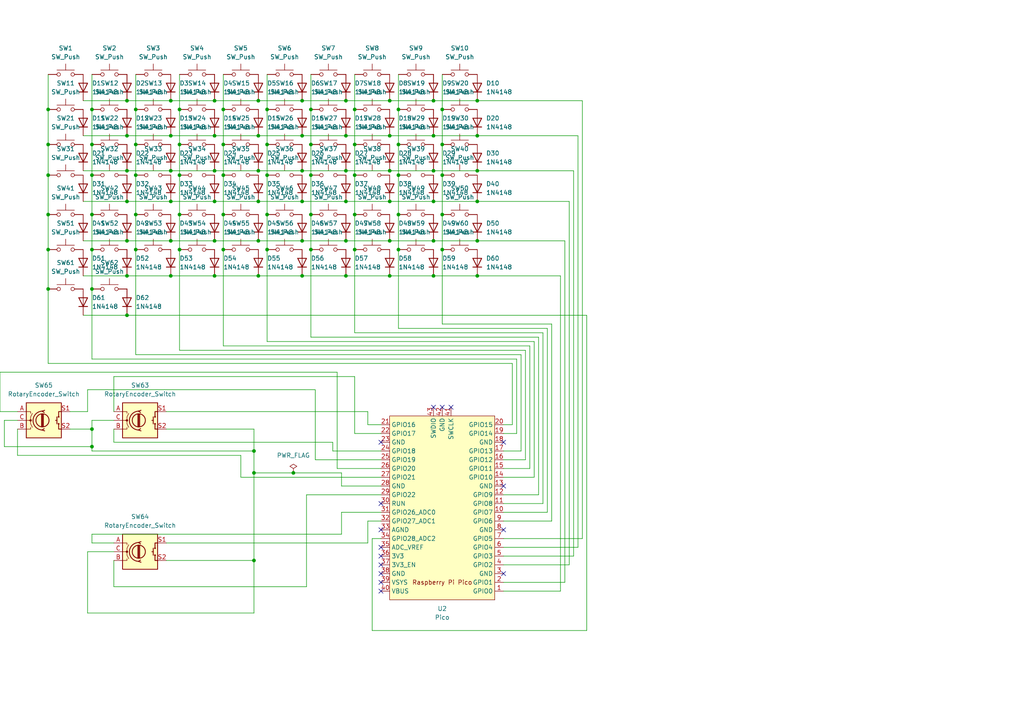
<source format=kicad_sch>
(kicad_sch (version 20250114) (generator "eeschema") (generator_version "9.0")
  (paper "A4")
  (lib_symbols
    (symbol "Device:RotaryEncoder_Switch" (pin_names (offset 0.254) (hide yes))
      (property "Reference" "SW" (at 0 6.604 0))
      (property "Value" "RotaryEncoder_Switch" (at 0 -6.604 0))
      (symbol "RotaryEncoder_Switch_1_1"
        (pin passive line (at -7.62 2.54 0) (length 2.54) (name "A") (number "A"))
        (pin passive line (at -7.62 0 0) (length 2.54) (name "C") (number "C"))
        (pin passive line (at -7.62 -2.54 0) (length 2.54) (name "B") (number "B"))
        (pin passive line (at 7.62 2.54 180) (length 2.54) (name "S1") (number "S1"))
        (pin passive line (at 7.62 -2.54 180) (length 2.54) (name "S2") (number "S2"))
      )
    )
    (symbol "Diode:1N4148" (pin_numbers (hide yes)) (pin_names (hide yes))
      (property "Reference" "D" (at 0 2.54 0))
      (property "Value" "1N4148" (at 0 -2.54 0))
      (symbol "1N4148_1_1"
        (pin passive line (at -3.81 0 0) (length 2.54) (name "K") (number "1"))
        (pin passive line (at 3.81 0 180) (length 2.54) (name "A") (number "2"))
      )
    )
    (symbol "MCU_RaspberryPi_and_Boards:Pico"
      (property "Reference" "U" (at -13.97 27.94 0))
      (property "Value" "Pico" (at 0 19.05 0))
      (symbol "Pico_0_0"
        (text "Raspberry Pi Pico" (at 0 21.59 0) (effects (font (size 1.27 1.27))))
      )
      (symbol "Pico_1_1"
        (pin bidirectional line (at -17.78 24.13 0) (length 2.54) (name "GPIO0") (number "1"))
        (pin bidirectional line (at -17.78 21.59 0) (length 2.54) (name "GPIO1") (number "2"))
        (pin power_in line (at -17.78 19.05 0) (length 2.54) (name "GND") (number "3"))
        (pin bidirectional line (at -17.78 16.51 0) (length 2.54) (name "GPIO2") (number "4"))
        (pin bidirectional line (at -17.78 13.97 0) (length 2.54) (name "GPIO3") (number "5"))
        (pin bidirectional line (at -17.78 11.43 0) (length 2.54) (name "GPIO4") (number "6"))
        (pin bidirectional line (at -17.78 8.89 0) (length 2.54) (name "GPIO5") (number "7"))
        (pin power_in line (at -17.78 6.35 0) (length 2.54) (name "GND") (number "8"))
        (pin bidirectional line (at -17.78 3.81 0) (length 2.54) (name "GPIO6") (number "9"))
        (pin bidirectional line (at -17.78 1.27 0) (length 2.54) (name "GPIO7") (number "10"))
        (pin bidirectional line (at -17.78 -1.27 0) (length 2.54) (name "GPIO8") (number "11"))
        (pin bidirectional line (at -17.78 -3.81 0) (length 2.54) (name "GPIO9") (number "12"))
        (pin power_in line (at -17.78 -6.35 0) (length 2.54) (name "GND") (number "13"))
        (pin bidirectional line (at -17.78 -8.89 0) (length 2.54) (name "GPIO10") (number "14"))
        (pin bidirectional line (at -17.78 -11.43 0) (length 2.54) (name "GPIO11") (number "15"))
        (pin bidirectional line (at -17.78 -13.97 0) (length 2.54) (name "GPIO12") (number "16"))
        (pin bidirectional line (at -17.78 -16.51 0) (length 2.54) (name "GPIO13") (number "17"))
        (pin power_in line (at -17.78 -19.05 0) (length 2.54) (name "GND") (number "18"))
        (pin bidirectional line (at -17.78 -21.59 0) (length 2.54) (name "GPIO14") (number "19"))
        (pin bidirectional line (at -17.78 -24.13 0) (length 2.54) (name "GPIO15") (number "20"))
        (pin input line (at -2.54 -29.21 90) (length 2.54) (name "SWCLK") (number "41"))
        (pin power_in line (at 0 -29.21 90) (length 2.54) (name "GND") (number "42"))
        (pin bidirectional line (at 2.54 -29.21 90) (length 2.54) (name "SWDIO") (number "43"))
        (pin power_in line (at 17.78 24.13 180) (length 2.54) (name "VBUS") (number "40"))
        (pin power_in line (at 17.78 21.59 180) (length 2.54) (name "VSYS") (number "39"))
        (pin bidirectional line (at 17.78 19.05 180) (length 2.54) (name "GND") (number "38"))
        (pin input line (at 17.78 16.51 180) (length 2.54) (name "3V3_EN") (number "37"))
        (pin power_in line (at 17.78 13.97 180) (length 2.54) (name "3V3") (number "36"))
        (pin power_in line (at 17.78 11.43 180) (length 2.54) (name "ADC_VREF") (number "35"))
        (pin bidirectional line (at 17.78 8.89 180) (length 2.54) (name "GPIO28_ADC2") (number "34"))
        (pin power_in line (at 17.78 6.35 180) (length 2.54) (name "AGND") (number "33"))
        (pin bidirectional line (at 17.78 3.81 180) (length 2.54) (name "GPIO27_ADC1") (number "32"))
        (pin bidirectional line (at 17.78 1.27 180) (length 2.54) (name "GPIO26_ADC0") (number "31"))
        (pin input line (at 17.78 -1.27 180) (length 2.54) (name "RUN") (number "30"))
        (pin bidirectional line (at 17.78 -3.81 180) (length 2.54) (name "GPIO22") (number "29"))
        (pin power_in line (at 17.78 -6.35 180) (length 2.54) (name "GND") (number "28"))
        (pin bidirectional line (at 17.78 -8.89 180) (length 2.54) (name "GPIO21") (number "27"))
        (pin bidirectional line (at 17.78 -11.43 180) (length 2.54) (name "GPIO20") (number "26"))
        (pin bidirectional line (at 17.78 -13.97 180) (length 2.54) (name "GPIO19") (number "25"))
        (pin bidirectional line (at 17.78 -16.51 180) (length 2.54) (name "GPIO18") (number "24"))
        (pin power_in line (at 17.78 -19.05 180) (length 2.54) (name "GND") (number "23"))
        (pin bidirectional line (at 17.78 -21.59 180) (length 2.54) (name "GPIO17") (number "22"))
        (pin bidirectional line (at 17.78 -24.13 180) (length 2.54) (name "GPIO16") (number "21"))
      )
    )
    (symbol "Switch:SW_Push" (pin_numbers (hide yes)) (pin_names (offset 1.016) (hide yes))
      (property "Reference" "SW" (at 1.27 2.54 0))
      (property "Value" "SW_Push" (at 0 -1.524 0))
      (symbol "SW_Push_0_1"
        (pin passive line (at -5.08 0 0) (length 2.54) (name "1") (number "1"))
        (pin passive line (at 5.08 0 180) (length 2.54) (name "2") (number "2"))
      )
    )
    (symbol "power:PWR_FLAG" (power) (pin_numbers (hide yes)) (pin_names (offset 0) (hide yes))
      (property "Value" "PWR_FLAG" (at 0 3.81 0))
      (symbol "PWR_FLAG_0_0"
        (pin power_out line (at 0 0 90) (length 0) (name "~") (number "1"))
      )
    )
  )
  (junction (at 138.43 80.01))
  (junction (at 36.83 58.42))
  (junction (at 26.67 31.75))
  (junction (at 36.83 80.01))
  (junction (at 77.47 72.39))
  (junction (at 138.43 58.42))
  (junction (at 36.83 49.53))
  (junction (at 26.67 41.91))
  (junction (at 113.03 29.21))
  (junction (at 64.77 72.39))
  (junction (at 100.33 39.37))
  (junction (at 13.97 31.75))
  (junction (at 128.27 41.91))
  (junction (at 87.63 49.53))
  (junction (at 49.53 58.42))
  (junction (at 113.03 80.01))
  (junction (at 115.57 50.8))
  (junction (at 52.07 62.23))
  (junction (at 115.57 72.39))
  (junction (at 74.93 69.85))
  (junction (at 64.77 31.75))
  (junction (at 73.66 137.16))
  (junction (at 74.93 80.01))
  (junction (at 62.23 49.53))
  (junction (at 64.77 62.23))
  (junction (at 100.33 69.85))
  (junction (at 49.53 80.01))
  (junction (at 49.53 39.37))
  (junction (at 74.93 58.42))
  (junction (at 87.63 39.37))
  (junction (at 125.73 49.53))
  (junction (at 113.03 58.42))
  (junction (at 115.57 31.75))
  (junction (at 13.97 72.39))
  (junction (at 39.37 41.91))
  (junction (at 13.97 41.91))
  (junction (at 90.17 50.8))
  (junction (at 64.77 41.91))
  (junction (at 100.33 49.53))
  (junction (at 102.87 62.23))
  (junction (at 90.17 41.91))
  (junction (at 36.83 29.21))
  (junction (at 36.83 91.44))
  (junction (at 87.63 80.01))
  (junction (at 128.27 72.39))
  (junction (at 77.47 50.8))
  (junction (at 39.37 72.39))
  (junction (at 77.47 62.23))
  (junction (at 49.53 29.21))
  (junction (at 26.67 124.46))
  (junction (at 74.93 39.37))
  (junction (at 62.23 39.37))
  (junction (at 102.87 31.75))
  (junction (at 125.73 58.42))
  (junction (at 13.97 83.82))
  (junction (at 125.73 80.01))
  (junction (at 39.37 31.75))
  (junction (at 87.63 29.21))
  (junction (at 102.87 50.8))
  (junction (at 128.27 62.23))
  (junction (at 62.23 29.21))
  (junction (at 77.47 31.75))
  (junction (at 128.27 50.8))
  (junction (at 113.03 49.53))
  (junction (at 125.73 39.37))
  (junction (at 39.37 62.23))
  (junction (at 87.63 58.42))
  (junction (at 90.17 72.39))
  (junction (at 138.43 29.21))
  (junction (at 39.37 50.8))
  (junction (at 52.07 50.8))
  (junction (at 26.67 50.8))
  (junction (at 74.93 29.21))
  (junction (at 90.17 31.75))
  (junction (at 62.23 58.42))
  (junction (at 138.43 69.85))
  (junction (at 26.67 72.39))
  (junction (at 115.57 62.23))
  (junction (at 26.67 83.82))
  (junction (at 49.53 69.85))
  (junction (at 138.43 49.53))
  (junction (at 102.87 41.91))
  (junction (at 100.33 58.42))
  (junction (at 52.07 31.75))
  (junction (at 87.63 69.85))
  (junction (at 26.67 62.23))
  (junction (at 62.23 80.01))
  (junction (at 74.93 49.53))
  (junction (at 73.66 130.81))
  (junction (at 52.07 72.39))
  (junction (at 62.23 69.85))
  (junction (at 52.07 41.91))
  (junction (at 125.73 29.21))
  (junction (at 13.97 62.23))
  (junction (at 73.66 162.56))
  (junction (at 49.53 49.53))
  (junction (at 100.33 80.01))
  (junction (at 125.73 69.85))
  (junction (at 77.47 41.91))
  (junction (at 128.27 31.75))
  (junction (at 36.83 39.37))
  (junction (at 90.17 62.23))
  (junction (at 102.87 72.39))
  (junction (at 100.33 29.21))
  (junction (at 13.97 50.8))
  (junction (at 113.03 69.85))
  (junction (at 113.03 39.37))
  (junction (at 26.67 129.54))
  (junction (at 64.77 50.8))
  (junction (at 115.57 41.91))
  (junction (at 138.43 39.37))
  (junction (at 85.09 137.16))
  (junction (at 36.83 69.85))
  (no_connect (at 110.49 146.05))
  (no_connect (at 110.49 161.29))
  (no_connect (at 146.05 128.27))
  (no_connect (at 110.49 166.37))
  (no_connect (at 146.05 166.37))
  (no_connect (at 128.27 118.11))
  (no_connect (at 146.05 153.67))
  (no_connect (at 110.49 163.83))
  (no_connect (at 125.73 118.11))
  (no_connect (at 110.49 168.91))
  (no_connect (at 110.49 158.75))
  (no_connect (at 146.05 140.97))
  (no_connect (at 110.49 153.67))
  (no_connect (at 130.81 118.11))
  (no_connect (at 110.49 128.27))
  (no_connect (at 110.49 171.45))
  (wire (pts (xy 5.08 124.46) (xy 5.08 132.08)))
  (wire (pts (xy 113.03 58.42) (xy 125.73 58.42)))
  (wire (pts (xy 25.4 119.38) (xy 25.4 113.03)))
  (wire (pts (xy 138.43 39.37) (xy 167.64 39.37)))
  (wire (pts (xy 77.47 99.06) (xy 154.94 99.06)))
  (wire (pts (xy 87.63 49.53) (xy 100.33 49.53)))
  (wire (pts (xy 99.06 148.59) (xy 110.49 148.59)))
  (wire (pts (xy 154.94 138.43) (xy 146.05 138.43)))
  (wire (pts (xy 100.33 69.85) (xy 113.03 69.85)))
  (wire (pts (xy 154.94 99.06) (xy 154.94 138.43)))
  (wire (pts (xy 39.37 31.75) (xy 39.37 41.91)))
  (wire (pts (xy 102.87 50.8) (xy 102.87 62.23)))
  (wire (pts (xy 148.59 105.41) (xy 148.59 123.19)))
  (wire (pts (xy 26.67 50.8) (xy 26.67 62.23)))
  (wire (pts (xy 24.13 58.42) (xy 36.83 58.42)))
  (wire (pts (xy 48.26 119.38) (xy 106.68 119.38)))
  (wire (pts (xy 77.47 31.75) (xy 77.47 41.91)))
  (wire (pts (xy 49.53 69.85) (xy 62.23 69.85)))
  (wire (pts (xy 102.87 21.59) (xy 102.87 31.75)))
  (wire (pts (xy 33.02 109.22) (xy 102.87 109.22)))
  (wire (pts (xy 106.68 119.38) (xy 106.68 123.19)))
  (wire (pts (xy 97.79 107.95) (xy 97.79 135.89)))
  (wire (pts (xy 1.27 121.92) (xy 1.27 129.54)))
  (wire (pts (xy 91.44 133.35) (xy 110.49 133.35)))
  (wire (pts (xy 162.56 171.45) (xy 146.05 171.45)))
  (wire (pts (xy 149.86 125.73) (xy 146.05 125.73)))
  (wire (pts (xy 125.73 49.53) (xy 138.43 49.53)))
  (wire (pts (xy 107.95 156.21) (xy 110.49 156.21)))
  (wire (pts (xy 106.68 151.13) (xy 110.49 151.13)))
  (wire (pts (xy 165.1 163.83) (xy 146.05 163.83)))
  (wire (pts (xy 73.66 130.81) (xy 73.66 137.16)))
  (wire (pts (xy 115.57 50.8) (xy 115.57 62.23)))
  (wire (pts (xy 125.73 80.01) (xy 138.43 80.01)))
  (wire (pts (xy 49.53 58.42) (xy 62.23 58.42)))
  (wire (pts (xy 64.77 100.33) (xy 153.67 100.33)))
  (wire (pts (xy 39.37 102.87) (xy 151.13 102.87)))
  (wire (pts (xy 153.67 100.33) (xy 153.67 135.89)))
  (wire (pts (xy 36.83 91.44) (xy 170.18 91.44)))
  (wire (pts (xy 24.13 91.44) (xy 36.83 91.44)))
  (wire (pts (xy 113.03 80.01) (xy 125.73 80.01)))
  (wire (pts (xy 115.57 31.75) (xy 115.57 41.91)))
  (wire (pts (xy 128.27 31.75) (xy 128.27 41.91)))
  (wire (pts (xy 90.17 97.79) (xy 156.21 97.79)))
  (wire (pts (xy 146.05 123.19) (xy 148.59 123.19)))
  (wire (pts (xy 25.4 160.02) (xy 25.4 177.8)))
  (wire (pts (xy 128.27 41.91) (xy 128.27 50.8)))
  (wire (pts (xy 102.87 109.22) (xy 102.87 125.73)))
  (wire (pts (xy 100.33 29.21) (xy 113.03 29.21)))
  (wire (pts (xy 156.21 143.51) (xy 146.05 143.51)))
  (wire (pts (xy 157.48 96.52) (xy 157.48 146.05)))
  (wire (pts (xy 26.67 62.23) (xy 26.67 72.39)))
  (wire (pts (xy 77.47 62.23) (xy 77.47 72.39)))
  (wire (pts (xy 33.02 119.38) (xy 33.02 109.22)))
  (wire (pts (xy 36.83 80.01) (xy 49.53 80.01)))
  (wire (pts (xy 5.08 119.38) (xy 0 119.38)))
  (wire (pts (xy 91.44 113.03) (xy 91.44 133.35)))
  (wire (pts (xy 167.64 39.37) (xy 167.64 158.75)))
  (wire (pts (xy 24.13 69.85) (xy 36.83 69.85)))
  (wire (pts (xy 149.86 104.14) (xy 149.86 125.73)))
  (wire (pts (xy 165.1 58.42) (xy 165.1 163.83)))
  (wire (pts (xy 87.63 39.37) (xy 100.33 39.37)))
  (wire (pts (xy 102.87 41.91) (xy 102.87 50.8)))
  (wire (pts (xy 128.27 93.98) (xy 160.02 93.98)))
  (wire (pts (xy 26.67 72.39) (xy 26.67 83.82)))
  (wire (pts (xy 74.93 80.01) (xy 87.63 80.01)))
  (wire (pts (xy 163.83 69.85) (xy 163.83 168.91)))
  (wire (pts (xy 115.57 41.91) (xy 115.57 50.8)))
  (wire (pts (xy 156.21 97.79) (xy 156.21 143.51)))
  (wire (pts (xy 33.02 121.92) (xy 26.67 121.92)))
  (wire (pts (xy 26.67 121.92) (xy 26.67 124.46)))
  (wire (pts (xy 102.87 125.73) (xy 110.49 125.73)))
  (wire (pts (xy 115.57 62.23) (xy 115.57 72.39)))
  (wire (pts (xy 87.63 69.85) (xy 100.33 69.85)))
  (wire (pts (xy 0 119.38) (xy 0 107.95)))
  (wire (pts (xy 73.66 177.8) (xy 73.66 162.56)))
  (wire (pts (xy 90.17 72.39) (xy 90.17 97.79)))
  (wire (pts (xy 26.67 124.46) (xy 26.67 129.54)))
  (wire (pts (xy 26.67 157.48) (xy 26.67 154.94)))
  (wire (pts (xy 25.4 177.8) (xy 73.66 177.8)))
  (wire (pts (xy 64.77 41.91) (xy 64.77 50.8)))
  (wire (pts (xy 138.43 49.53) (xy 166.37 49.53)))
  (wire (pts (xy 146.05 168.91) (xy 163.83 168.91)))
  (wire (pts (xy 20.32 119.38) (xy 25.4 119.38)))
  (wire (pts (xy 26.67 83.82) (xy 26.67 104.14)))
  (wire (pts (xy 33.02 128.27) (xy 96.52 128.27)))
  (wire (pts (xy 0 107.95) (xy 97.79 107.95)))
  (wire (pts (xy 5.08 132.08) (xy 69.85 132.08)))
  (wire (pts (xy 36.83 29.21) (xy 49.53 29.21)))
  (wire (pts (xy 74.93 69.85) (xy 87.63 69.85)))
  (wire (pts (xy 36.83 39.37) (xy 49.53 39.37)))
  (wire (pts (xy 13.97 105.41) (xy 148.59 105.41)))
  (wire (pts (xy 26.67 154.94) (xy 99.06 154.94)))
  (wire (pts (xy 13.97 50.8) (xy 13.97 62.23)))
  (wire (pts (xy 153.67 135.89) (xy 146.05 135.89)))
  (wire (pts (xy 146.05 151.13) (xy 160.02 151.13)))
  (wire (pts (xy 170.18 91.44) (xy 170.18 182.88)))
  (wire (pts (xy 26.67 130.81) (xy 73.66 130.81)))
  (wire (pts (xy 102.87 96.52) (xy 157.48 96.52)))
  (wire (pts (xy 160.02 93.98) (xy 160.02 151.13)))
  (wire (pts (xy 125.73 69.85) (xy 138.43 69.85)))
  (wire (pts (xy 26.67 41.91) (xy 26.67 50.8)))
  (wire (pts (xy 96.52 128.27) (xy 96.52 130.81)))
  (wire (pts (xy 24.13 49.53) (xy 36.83 49.53)))
  (wire (pts (xy 69.85 132.08) (xy 69.85 138.43)))
  (wire (pts (xy 13.97 83.82) (xy 13.97 105.41)))
  (wire (pts (xy 90.17 50.8) (xy 90.17 62.23)))
  (wire (pts (xy 162.56 80.01) (xy 162.56 171.45)))
  (wire (pts (xy 48.26 124.46) (xy 73.66 124.46)))
  (wire (pts (xy 24.13 39.37) (xy 36.83 39.37)))
  (wire (pts (xy 99.06 137.16) (xy 99.06 140.97)))
  (wire (pts (xy 152.4 101.6) (xy 152.4 133.35)))
  (wire (pts (xy 87.63 58.42) (xy 100.33 58.42)))
  (wire (pts (xy 39.37 62.23) (xy 39.37 72.39)))
  (wire (pts (xy 107.95 182.88) (xy 107.95 156.21)))
  (wire (pts (xy 33.02 160.02) (xy 25.4 160.02)))
  (wire (pts (xy 125.73 29.21) (xy 138.43 29.21)))
  (wire (pts (xy 26.67 129.54) (xy 26.67 130.81)))
  (wire (pts (xy 36.83 49.53) (xy 49.53 49.53)))
  (wire (pts (xy 26.67 21.59) (xy 26.67 31.75)))
  (wire (pts (xy 113.03 29.21) (xy 125.73 29.21)))
  (wire (pts (xy 64.77 72.39) (xy 64.77 100.33)))
  (wire (pts (xy 24.13 29.21) (xy 36.83 29.21)))
  (wire (pts (xy 90.17 31.75) (xy 90.17 41.91)))
  (wire (pts (xy 49.53 29.21) (xy 62.23 29.21)))
  (wire (pts (xy 113.03 49.53) (xy 125.73 49.53)))
  (wire (pts (xy 158.75 95.25) (xy 158.75 148.59)))
  (wire (pts (xy 62.23 80.01) (xy 74.93 80.01)))
  (wire (pts (xy 73.66 124.46) (xy 73.66 130.81)))
  (wire (pts (xy 48.26 162.56) (xy 73.66 162.56)))
  (wire (pts (xy 73.66 137.16) (xy 73.66 162.56)))
  (wire (pts (xy 99.06 140.97) (xy 110.49 140.97)))
  (wire (pts (xy 74.93 29.21) (xy 87.63 29.21)))
  (wire (pts (xy 52.07 50.8) (xy 52.07 62.23)))
  (wire (pts (xy 125.73 58.42) (xy 138.43 58.42)))
  (wire (pts (xy 62.23 69.85) (xy 74.93 69.85)))
  (wire (pts (xy 33.02 124.46) (xy 33.02 128.27)))
  (wire (pts (xy 39.37 41.91) (xy 39.37 50.8)))
  (wire (pts (xy 115.57 72.39) (xy 115.57 95.25)))
  (wire (pts (xy 113.03 39.37) (xy 125.73 39.37)))
  (wire (pts (xy 77.47 50.8) (xy 77.47 62.23)))
  (wire (pts (xy 52.07 21.59) (xy 52.07 31.75)))
  (wire (pts (xy 96.52 130.81) (xy 110.49 130.81)))
  (wire (pts (xy 88.9 143.51) (xy 110.49 143.51)))
  (wire (pts (xy 106.68 157.48) (xy 106.68 151.13)))
  (wire (pts (xy 90.17 21.59) (xy 90.17 31.75)))
  (wire (pts (xy 62.23 49.53) (xy 74.93 49.53)))
  (wire (pts (xy 100.33 39.37) (xy 113.03 39.37)))
  (wire (pts (xy 26.67 31.75) (xy 26.67 41.91)))
  (wire (pts (xy 13.97 41.91) (xy 13.97 50.8)))
  (wire (pts (xy 52.07 101.6) (xy 152.4 101.6)))
  (wire (pts (xy 39.37 72.39) (xy 39.37 102.87)))
  (wire (pts (xy 49.53 39.37) (xy 62.23 39.37)))
  (wire (pts (xy 77.47 72.39) (xy 77.47 99.06)))
  (wire (pts (xy 13.97 62.23) (xy 13.97 72.39)))
  (wire (pts (xy 106.68 123.19) (xy 110.49 123.19)))
  (wire (pts (xy 74.93 49.53) (xy 87.63 49.53)))
  (wire (pts (xy 39.37 21.59) (xy 39.37 31.75)))
  (wire (pts (xy 52.07 72.39) (xy 52.07 101.6)))
  (wire (pts (xy 168.91 29.21) (xy 168.91 156.21)))
  (wire (pts (xy 102.87 62.23) (xy 102.87 72.39)))
  (wire (pts (xy 73.66 137.16) (xy 85.09 137.16)))
  (wire (pts (xy 64.77 31.75) (xy 64.77 41.91)))
  (wire (pts (xy 33.02 162.56) (xy 33.02 170.18)))
  (wire (pts (xy 151.13 130.81) (xy 146.05 130.81)))
  (wire (pts (xy 115.57 95.25) (xy 158.75 95.25)))
  (wire (pts (xy 138.43 58.42) (xy 165.1 58.42)))
  (wire (pts (xy 62.23 29.21) (xy 74.93 29.21)))
  (wire (pts (xy 1.27 129.54) (xy 26.67 129.54)))
  (wire (pts (xy 24.13 80.01) (xy 36.83 80.01)))
  (wire (pts (xy 13.97 31.75) (xy 13.97 41.91)))
  (wire (pts (xy 87.63 29.21) (xy 100.33 29.21)))
  (wire (pts (xy 77.47 41.91) (xy 77.47 50.8)))
  (wire (pts (xy 158.75 148.59) (xy 146.05 148.59)))
  (wire (pts (xy 69.85 138.43) (xy 110.49 138.43)))
  (wire (pts (xy 26.67 104.14) (xy 149.86 104.14)))
  (wire (pts (xy 138.43 69.85) (xy 163.83 69.85)))
  (wire (pts (xy 36.83 69.85) (xy 49.53 69.85)))
  (wire (pts (xy 102.87 31.75) (xy 102.87 41.91)))
  (wire (pts (xy 74.93 39.37) (xy 87.63 39.37)))
  (wire (pts (xy 13.97 72.39) (xy 13.97 83.82)))
  (wire (pts (xy 39.37 50.8) (xy 39.37 62.23)))
  (wire (pts (xy 25.4 113.03) (xy 91.44 113.03)))
  (wire (pts (xy 128.27 50.8) (xy 128.27 62.23)))
  (wire (pts (xy 113.03 69.85) (xy 125.73 69.85)))
  (wire (pts (xy 64.77 50.8) (xy 64.77 62.23)))
  (wire (pts (xy 85.09 137.16) (xy 99.06 137.16)))
  (wire (pts (xy 151.13 102.87) (xy 151.13 130.81)))
  (wire (pts (xy 99.06 154.94) (xy 99.06 148.59)))
  (wire (pts (xy 115.57 21.59) (xy 115.57 31.75)))
  (wire (pts (xy 125.73 39.37) (xy 138.43 39.37)))
  (wire (pts (xy 33.02 157.48) (xy 26.67 157.48)))
  (wire (pts (xy 128.27 62.23) (xy 128.27 72.39)))
  (wire (pts (xy 64.77 62.23) (xy 64.77 72.39)))
  (wire (pts (xy 102.87 72.39) (xy 102.87 96.52)))
  (wire (pts (xy 49.53 49.53) (xy 62.23 49.53)))
  (wire (pts (xy 77.47 21.59) (xy 77.47 31.75)))
  (wire (pts (xy 64.77 21.59) (xy 64.77 31.75)))
  (wire (pts (xy 146.05 158.75) (xy 167.64 158.75)))
  (wire (pts (xy 88.9 170.18) (xy 88.9 143.51)))
  (wire (pts (xy 168.91 156.21) (xy 146.05 156.21)))
  (wire (pts (xy 5.08 121.92) (xy 1.27 121.92)))
  (wire (pts (xy 97.79 135.89) (xy 110.49 135.89)))
  (wire (pts (xy 74.93 58.42) (xy 87.63 58.42)))
  (wire (pts (xy 13.97 21.59) (xy 13.97 31.75)))
  (wire (pts (xy 128.27 21.59) (xy 128.27 31.75)))
  (wire (pts (xy 36.83 58.42) (xy 49.53 58.42)))
  (wire (pts (xy 20.32 124.46) (xy 26.67 124.46)))
  (wire (pts (xy 90.17 62.23) (xy 90.17 72.39)))
  (wire (pts (xy 33.02 170.18) (xy 88.9 170.18)))
  (wire (pts (xy 90.17 41.91) (xy 90.17 50.8)))
  (wire (pts (xy 128.27 72.39) (xy 128.27 93.98)))
  (wire (pts (xy 100.33 58.42) (xy 113.03 58.42)))
  (wire (pts (xy 166.37 49.53) (xy 166.37 161.29)))
  (wire (pts (xy 48.26 157.48) (xy 106.68 157.48)))
  (wire (pts (xy 87.63 80.01) (xy 100.33 80.01)))
  (wire (pts (xy 52.07 31.75) (xy 52.07 41.91)))
  (wire (pts (xy 52.07 62.23) (xy 52.07 72.39)))
  (wire (pts (xy 62.23 58.42) (xy 74.93 58.42)))
  (wire (pts (xy 100.33 80.01) (xy 113.03 80.01)))
  (wire (pts (xy 157.48 146.05) (xy 146.05 146.05)))
  (wire (pts (xy 152.4 133.35) (xy 146.05 133.35)))
  (wire (pts (xy 170.18 182.88) (xy 107.95 182.88)))
  (wire (pts (xy 138.43 29.21) (xy 168.91 29.21)))
  (wire (pts (xy 49.53 80.01) (xy 62.23 80.01)))
  (wire (pts (xy 146.05 161.29) (xy 166.37 161.29)))
  (wire (pts (xy 100.33 49.53) (xy 113.03 49.53)))
  (wire (pts (xy 62.23 39.37) (xy 74.93 39.37)))
  (wire (pts (xy 138.43 80.01) (xy 162.56 80.01)))
  (wire (pts (xy 52.07 41.91) (xy 52.07 50.8)))
  (symbol (lib_id "Diode:1N4148") (at 113.03 35.56 90) (unit 1)
    (property "Reference" "D18" (at 115.57 34.2899 90) (effects (justify right)))
    (property "Value" "1N4148" (at 115.57 36.8299 90) (effects (justify right)))
    (property "Footprint" "Diode_THT:D_DO-35_SOD27_P7.62mm_Horizontal" (effects (hide yes)))
    (property "Datasheet" "https://assets.nexperia.com/documents/data-sheet/1N4148_1N4448.pdf" (effects (hide yes)))
    (property "Description" "100V 0.15A standard switching diode, DO-35" (effects (hide yes)))
    (property "Sim.Device" "D" (effects (hide yes)))
    (property "Sim.Pins" "1=K 2=A" (effects (hide yes)))
  )
  (symbol (lib_id "Diode:1N4148") (at 125.73 45.72 90) (unit 1)
    (property "Reference" "D29" (at 128.27 44.4499 90) (effects (justify right)))
    (property "Value" "1N4148" (at 128.27 46.9899 90) (effects (justify right)))
    (property "Footprint" "Diode_THT:D_DO-35_SOD27_P7.62mm_Horizontal" (effects (hide yes)))
    (property "Datasheet" "https://assets.nexperia.com/documents/data-sheet/1N4148_1N4448.pdf" (effects (hide yes)))
    (property "Description" "100V 0.15A standard switching diode, DO-35" (effects (hide yes)))
    (property "Sim.Device" "D" (effects (hide yes)))
    (property "Sim.Pins" "1=K 2=A" (effects (hide yes)))
  )
  (symbol (lib_id "Switch:SW_Push") (at 44.45 31.75 0) (unit 1)
    (property "Reference" "SW13" (at 44.45 24.13 0))
    (property "Value" "SW_Push" (at 44.45 26.67 0))
    (property "Footprint" "Button_Switch_Keyboard:SW_Cherry_MX_1.00u_PCB" (effects (hide yes)))
    (property "Description" "Push button switch, generic, two pins" (effects (hide yes)))
  )
  (symbol (lib_id "Diode:1N4148") (at 49.53 25.4 90) (unit 1)
    (property "Reference" "D3" (at 52.07 24.1299 90) (effects (justify right)))
    (property "Value" "1N4148" (at 52.07 26.6699 90) (effects (justify right)))
    (property "Footprint" "Diode_THT:D_DO-35_SOD27_P7.62mm_Horizontal" (effects (hide yes)))
    (property "Datasheet" "https://assets.nexperia.com/documents/data-sheet/1N4148_1N4448.pdf" (effects (hide yes)))
    (property "Description" "100V 0.15A standard switching diode, DO-35" (effects (hide yes)))
    (property "Sim.Device" "D" (effects (hide yes)))
    (property "Sim.Pins" "1=K 2=A" (effects (hide yes)))
  )
  (symbol (lib_id "Diode:1N4148") (at 74.93 35.56 90) (unit 1)
    (property "Reference" "D15" (at 77.47 34.2899 90) (effects (justify right)))
    (property "Value" "1N4148" (at 77.47 36.8299 90) (effects (justify right)))
    (property "Footprint" "Diode_THT:D_DO-35_SOD27_P7.62mm_Horizontal" (effects (hide yes)))
    (property "Datasheet" "https://assets.nexperia.com/documents/data-sheet/1N4148_1N4448.pdf" (effects (hide yes)))
    (property "Description" "100V 0.15A standard switching diode, DO-35" (effects (hide yes)))
    (property "Sim.Device" "D" (effects (hide yes)))
    (property "Sim.Pins" "1=K 2=A" (effects (hide yes)))
  )
  (symbol (lib_id "Switch:SW_Push") (at 69.85 31.75 0) (unit 1)
    (property "Reference" "SW15" (at 69.85 24.13 0))
    (property "Value" "SW_Push" (at 69.85 26.67 0))
    (property "Footprint" "Button_Switch_Keyboard:SW_Cherry_MX_1.00u_PCB" (effects (hide yes)))
    (property "Description" "Push button switch, generic, two pins" (effects (hide yes)))
  )
  (symbol (lib_id "Switch:SW_Push") (at 133.35 31.75 0) (unit 1)
    (property "Reference" "SW20" (at 133.35 24.13 0))
    (property "Value" "SW_Push" (at 133.35 26.67 0))
    (property "Footprint" "Button_Switch_Keyboard:SW_Cherry_MX_1.00u_PCB" (effects (hide yes)))
    (property "Description" "Push button switch, generic, two pins" (effects (hide yes)))
  )
  (symbol (lib_id "Diode:1N4148") (at 49.53 54.61 90) (unit 1)
    (property "Reference" "D33" (at 52.07 53.3399 90) (effects (justify right)))
    (property "Value" "1N4148" (at 52.07 55.8799 90) (effects (justify right)))
    (property "Footprint" "Diode_THT:D_DO-35_SOD27_P7.62mm_Horizontal" (effects (hide yes)))
    (property "Datasheet" "https://assets.nexperia.com/documents/data-sheet/1N4148_1N4448.pdf" (effects (hide yes)))
    (property "Description" "100V 0.15A standard switching diode, DO-35" (effects (hide yes)))
    (property "Sim.Device" "D" (effects (hide yes)))
    (property "Sim.Pins" "1=K 2=A" (effects (hide yes)))
  )
  (symbol (lib_id "Diode:1N4148") (at 36.83 87.63 90) (unit 1)
    (property "Reference" "D62" (at 39.37 86.3599 90) (effects (justify right)))
    (property "Value" "1N4148" (at 39.37 88.8999 90) (effects (justify right)))
    (property "Footprint" "Diode_THT:D_DO-35_SOD27_P7.62mm_Horizontal" (effects (hide yes)))
    (property "Datasheet" "https://assets.nexperia.com/documents/data-sheet/1N4148_1N4448.pdf" (effects (hide yes)))
    (property "Description" "100V 0.15A standard switching diode, DO-35" (effects (hide yes)))
    (property "Sim.Device" "D" (effects (hide yes)))
    (property "Sim.Pins" "1=K 2=A" (effects (hide yes)))
  )
  (symbol (lib_id "Switch:SW_Push") (at 107.95 72.39 0) (unit 1)
    (property "Reference" "SW58" (at 107.95 64.77 0))
    (property "Value" "SW_Push" (at 107.95 67.31 0))
    (property "Footprint" "Button_Switch_Keyboard:SW_Cherry_MX_1.00u_PCB" (effects (hide yes)))
    (property "Description" "Push button switch, generic, two pins" (effects (hide yes)))
  )
  (symbol (lib_id "Diode:1N4148") (at 138.43 54.61 90) (unit 1)
    (property "Reference" "D40" (at 140.97 53.3399 90) (effects (justify right)))
    (property "Value" "1N4148" (at 140.97 55.8799 90) (effects (justify right)))
    (property "Footprint" "Diode_THT:D_DO-35_SOD27_P7.62mm_Horizontal" (effects (hide yes)))
    (property "Datasheet" "https://assets.nexperia.com/documents/data-sheet/1N4148_1N4448.pdf" (effects (hide yes)))
    (property "Description" "100V 0.15A standard switching diode, DO-35" (effects (hide yes)))
    (property "Sim.Device" "D" (effects (hide yes)))
    (property "Sim.Pins" "1=K 2=A" (effects (hide yes)))
  )
  (symbol (lib_id "Diode:1N4148") (at 87.63 25.4 90) (unit 1)
    (property "Reference" "D6" (at 90.17 24.1299 90) (effects (justify right)))
    (property "Value" "1N4148" (at 90.17 26.6699 90) (effects (justify right)))
    (property "Footprint" "Diode_THT:D_DO-35_SOD27_P7.62mm_Horizontal" (effects (hide yes)))
    (property "Datasheet" "https://assets.nexperia.com/documents/data-sheet/1N4148_1N4448.pdf" (effects (hide yes)))
    (property "Description" "100V 0.15A standard switching diode, DO-35" (effects (hide yes)))
    (property "Sim.Device" "D" (effects (hide yes)))
    (property "Sim.Pins" "1=K 2=A" (effects (hide yes)))
  )
  (symbol (lib_id "Switch:SW_Push") (at 19.05 50.8 0) (unit 1)
    (property "Reference" "SW31" (at 19.05 43.18 0))
    (property "Value" "SW_Push" (at 19.05 45.72 0))
    (property "Footprint" "Button_Switch_Keyboard:SW_Cherry_MX_1.00u_PCB" (effects (hide yes)))
    (property "Description" "Push button switch, generic, two pins" (effects (hide yes)))
  )
  (symbol (lib_id "Diode:1N4148") (at 49.53 66.04 90) (unit 1)
    (property "Reference" "D43" (at 52.07 64.7699 90) (effects (justify right)))
    (property "Value" "1N4148" (at 52.07 67.3099 90) (effects (justify right)))
    (property "Footprint" "Diode_THT:D_DO-35_SOD27_P7.62mm_Horizontal" (effects (hide yes)))
    (property "Datasheet" "https://assets.nexperia.com/documents/data-sheet/1N4148_1N4448.pdf" (effects (hide yes)))
    (property "Description" "100V 0.15A standard switching diode, DO-35" (effects (hide yes)))
    (property "Sim.Device" "D" (effects (hide yes)))
    (property "Sim.Pins" "1=K 2=A" (effects (hide yes)))
  )
  (symbol (lib_id "Switch:SW_Push") (at 31.75 50.8 0) (unit 1)
    (property "Reference" "SW32" (at 31.75 43.18 0))
    (property "Value" "SW_Push" (at 31.75 45.72 0))
    (property "Footprint" "Button_Switch_Keyboard:SW_Cherry_MX_1.00u_PCB" (effects (hide yes)))
    (property "Description" "Push button switch, generic, two pins" (effects (hide yes)))
  )
  (symbol (lib_id "Switch:SW_Push") (at 107.95 41.91 0) (unit 1)
    (property "Reference" "SW28" (at 107.95 34.29 0))
    (property "Value" "SW_Push" (at 107.95 36.83 0))
    (property "Footprint" "Button_Switch_Keyboard:SW_Cherry_MX_1.00u_PCB" (effects (hide yes)))
    (property "Description" "Push button switch, generic, two pins" (effects (hide yes)))
  )
  (symbol (lib_id "Diode:1N4148") (at 125.73 35.56 90) (unit 1)
    (property "Reference" "D19" (at 128.27 34.2899 90) (effects (justify right)))
    (property "Value" "1N4148" (at 128.27 36.8299 90) (effects (justify right)))
    (property "Footprint" "Diode_THT:D_DO-35_SOD27_P7.62mm_Horizontal" (effects (hide yes)))
    (property "Datasheet" "https://assets.nexperia.com/documents/data-sheet/1N4148_1N4448.pdf" (effects (hide yes)))
    (property "Description" "100V 0.15A standard switching diode, DO-35" (effects (hide yes)))
    (property "Sim.Device" "D" (effects (hide yes)))
    (property "Sim.Pins" "1=K 2=A" (effects (hide yes)))
  )
  (symbol (lib_id "Switch:SW_Push") (at 31.75 41.91 0) (unit 1)
    (property "Reference" "SW22" (at 31.75 34.29 0))
    (property "Value" "SW_Push" (at 31.75 36.83 0))
    (property "Footprint" "Button_Switch_Keyboard:SW_Cherry_MX_1.00u_PCB" (effects (hide yes)))
    (property "Description" "Push button switch, generic, two pins" (effects (hide yes)))
  )
  (symbol (lib_id "Switch:SW_Push") (at 31.75 21.59 0) (unit 1)
    (property "Reference" "SW2" (at 31.75 13.97 0))
    (property "Value" "SW_Push" (at 31.75 16.51 0))
    (property "Footprint" "Button_Switch_Keyboard:SW_Cherry_MX_1.00u_PCB" (effects (hide yes)))
    (property "Description" "Push button switch, generic, two pins" (effects (hide yes)))
  )
  (symbol (lib_id "Diode:1N4148") (at 49.53 76.2 90) (unit 1)
    (property "Reference" "D53" (at 52.07 74.9299 90) (effects (justify right)))
    (property "Value" "1N4148" (at 52.07 77.4699 90) (effects (justify right)))
    (property "Footprint" "Diode_THT:D_DO-35_SOD27_P7.62mm_Horizontal" (effects (hide yes)))
    (property "Datasheet" "https://assets.nexperia.com/documents/data-sheet/1N4148_1N4448.pdf" (effects (hide yes)))
    (property "Description" "100V 0.15A standard switching diode, DO-35" (effects (hide yes)))
    (property "Sim.Device" "D" (effects (hide yes)))
    (property "Sim.Pins" "1=K 2=A" (effects (hide yes)))
  )
  (symbol (lib_id "Switch:SW_Push") (at 69.85 41.91 0) (unit 1)
    (property "Reference" "SW25" (at 69.85 34.29 0))
    (property "Value" "SW_Push" (at 69.85 36.83 0))
    (property "Footprint" "Button_Switch_Keyboard:SW_Cherry_MX_1.00u_PCB" (effects (hide yes)))
    (property "Description" "Push button switch, generic, two pins" (effects (hide yes)))
  )
  (symbol (lib_id "Diode:1N4148") (at 24.13 87.63 90) (unit 1)
    (property "Reference" "D61" (at 26.67 86.3599 90) (effects (justify right)))
    (property "Value" "1N4148" (at 26.67 88.8999 90) (effects (justify right)))
    (property "Footprint" "Diode_THT:D_DO-35_SOD27_P7.62mm_Horizontal" (effects (hide yes)))
    (property "Datasheet" "https://assets.nexperia.com/documents/data-sheet/1N4148_1N4448.pdf" (effects (hide yes)))
    (property "Description" "100V 0.15A standard switching diode, DO-35" (effects (hide yes)))
    (property "Sim.Device" "D" (effects (hide yes)))
    (property "Sim.Pins" "1=K 2=A" (effects (hide yes)))
  )
  (symbol (lib_id "Switch:SW_Push") (at 57.15 72.39 0) (unit 1)
    (property "Reference" "SW54" (at 57.15 64.77 0))
    (property "Value" "SW_Push" (at 57.15 67.31 0))
    (property "Footprint" "Button_Switch_Keyboard:SW_Cherry_MX_1.00u_PCB" (effects (hide yes)))
    (property "Description" "Push button switch, generic, two pins" (effects (hide yes)))
  )
  (symbol (lib_id "Switch:SW_Push") (at 107.95 62.23 0) (unit 1)
    (property "Reference" "SW48" (at 107.95 54.61 0))
    (property "Value" "SW_Push" (at 107.95 57.15 0))
    (property "Footprint" "Button_Switch_Keyboard:SW_Cherry_MX_1.00u_PCB" (effects (hide yes)))
    (property "Description" "Push button switch, generic, two pins" (effects (hide yes)))
  )
  (symbol (lib_id "Switch:SW_Push") (at 95.25 21.59 0) (unit 1)
    (property "Reference" "SW7" (at 95.25 13.97 0))
    (property "Value" "SW_Push" (at 95.25 16.51 0))
    (property "Footprint" "Button_Switch_Keyboard:SW_Cherry_MX_1.00u_PCB" (effects (hide yes)))
    (property "Description" "Push button switch, generic, two pins" (effects (hide yes)))
  )
  (symbol (lib_id "Diode:1N4148") (at 125.73 25.4 90) (unit 1)
    (property "Reference" "D9" (at 128.27 24.1299 90) (effects (justify right)))
    (property "Value" "1N4148" (at 128.27 26.6699 90) (effects (justify right)))
    (property "Footprint" "Diode_THT:D_DO-35_SOD27_P7.62mm_Horizontal" (effects (hide yes)))
    (property "Datasheet" "https://assets.nexperia.com/documents/data-sheet/1N4148_1N4448.pdf" (effects (hide yes)))
    (property "Description" "100V 0.15A standard switching diode, DO-35" (effects (hide yes)))
    (property "Sim.Device" "D" (effects (hide yes)))
    (property "Sim.Pins" "1=K 2=A" (effects (hide yes)))
  )
  (symbol (lib_id "Diode:1N4148") (at 125.73 66.04 90) (unit 1)
    (property "Reference" "D49" (at 128.27 64.7699 90) (effects (justify right)))
    (property "Value" "1N4148" (at 128.27 67.3099 90) (effects (justify right)))
    (property "Footprint" "Diode_THT:D_DO-35_SOD27_P7.62mm_Horizontal" (effects (hide yes)))
    (property "Datasheet" "https://assets.nexperia.com/documents/data-sheet/1N4148_1N4448.pdf" (effects (hide yes)))
    (property "Description" "100V 0.15A standard switching diode, DO-35" (effects (hide yes)))
    (property "Sim.Device" "D" (effects (hide yes)))
    (property "Sim.Pins" "1=K 2=A" (effects (hide yes)))
  )
  (symbol (lib_id "Switch:SW_Push") (at 57.15 21.59 0) (unit 1)
    (property "Reference" "SW4" (at 57.15 13.97 0))
    (property "Value" "SW_Push" (at 57.15 16.51 0))
    (property "Footprint" "Button_Switch_Keyboard:SW_Cherry_MX_1.00u_PCB" (effects (hide yes)))
    (property "Description" "Push button switch, generic, two pins" (effects (hide yes)))
  )
  (symbol (lib_id "Diode:1N4148") (at 100.33 25.4 90) (unit 1)
    (property "Reference" "D7" (at 102.87 24.1299 90) (effects (justify right)))
    (property "Value" "1N4148" (at 102.87 26.6699 90) (effects (justify right)))
    (property "Footprint" "Diode_THT:D_DO-35_SOD27_P7.62mm_Horizontal" (effects (hide yes)))
    (property "Datasheet" "https://assets.nexperia.com/documents/data-sheet/1N4148_1N4448.pdf" (effects (hide yes)))
    (property "Description" "100V 0.15A standard switching diode, DO-35" (effects (hide yes)))
    (property "Sim.Device" "D" (effects (hide yes)))
    (property "Sim.Pins" "1=K 2=A" (effects (hide yes)))
  )
  (symbol (lib_id "Diode:1N4148") (at 87.63 76.2 90) (unit 1)
    (property "Reference" "D56" (at 90.17 74.9299 90) (effects (justify right)))
    (property "Value" "1N4148" (at 90.17 77.4699 90) (effects (justify right)))
    (property "Footprint" "Diode_THT:D_DO-35_SOD27_P7.62mm_Horizontal" (effects (hide yes)))
    (property "Datasheet" "https://assets.nexperia.com/documents/data-sheet/1N4148_1N4448.pdf" (effects (hide yes)))
    (property "Description" "100V 0.15A standard switching diode, DO-35" (effects (hide yes)))
    (property "Sim.Device" "D" (effects (hide yes)))
    (property "Sim.Pins" "1=K 2=A" (effects (hide yes)))
  )
  (symbol (lib_id "Diode:1N4148") (at 113.03 54.61 90) (unit 1)
    (property "Reference" "D38" (at 115.57 53.3399 90) (effects (justify right)))
    (property "Value" "1N4148" (at 115.57 55.8799 90) (effects (justify right)))
    (property "Footprint" "Diode_THT:D_DO-35_SOD27_P7.62mm_Horizontal" (effects (hide yes)))
    (property "Datasheet" "https://assets.nexperia.com/documents/data-sheet/1N4148_1N4448.pdf" (effects (hide yes)))
    (property "Description" "100V 0.15A standard switching diode, DO-35" (effects (hide yes)))
    (property "Sim.Device" "D" (effects (hide yes)))
    (property "Sim.Pins" "1=K 2=A" (effects (hide yes)))
  )
  (symbol (lib_id "Diode:1N4148") (at 36.83 35.56 90) (unit 1)
    (property "Reference" "D12" (at 39.37 34.2899 90) (effects (justify right)))
    (property "Value" "1N4148" (at 39.37 36.8299 90) (effects (justify right)))
    (property "Footprint" "Diode_THT:D_DO-35_SOD27_P7.62mm_Horizontal" (effects (hide yes)))
    (property "Datasheet" "https://assets.nexperia.com/documents/data-sheet/1N4148_1N4448.pdf" (effects (hide yes)))
    (property "Description" "100V 0.15A standard switching diode, DO-35" (effects (hide yes)))
    (property "Sim.Device" "D" (effects (hide yes)))
    (property "Sim.Pins" "1=K 2=A" (effects (hide yes)))
  )
  (symbol (lib_id "Switch:SW_Push") (at 95.25 72.39 0) (unit 1)
    (property "Reference" "SW57" (at 95.25 64.77 0))
    (property "Value" "SW_Push" (at 95.25 67.31 0))
    (property "Footprint" "Button_Switch_Keyboard:SW_Cherry_MX_1.00u_PCB" (effects (hide yes)))
    (property "Description" "Push button switch, generic, two pins" (effects (hide yes)))
  )
  (symbol (lib_id "Diode:1N4148") (at 36.83 54.61 90) (unit 1)
    (property "Reference" "D32" (at 39.37 53.3399 90) (effects (justify right)))
    (property "Value" "1N4148" (at 39.37 55.8799 90) (effects (justify right)))
    (property "Footprint" "Diode_THT:D_DO-35_SOD27_P7.62mm_Horizontal" (effects (hide yes)))
    (property "Datasheet" "https://assets.nexperia.com/documents/data-sheet/1N4148_1N4448.pdf" (effects (hide yes)))
    (property "Description" "100V 0.15A standard switching diode, DO-35" (effects (hide yes)))
    (property "Sim.Device" "D" (effects (hide yes)))
    (property "Sim.Pins" "1=K 2=A" (effects (hide yes)))
  )
  (symbol (lib_id "Diode:1N4148") (at 138.43 35.56 90) (unit 1)
    (property "Reference" "D20" (at 140.97 34.2899 90) (effects (justify right)))
    (property "Value" "1N4148" (at 140.97 36.8299 90) (effects (justify right)))
    (property "Footprint" "Diode_THT:D_DO-35_SOD27_P7.62mm_Horizontal" (effects (hide yes)))
    (property "Datasheet" "https://assets.nexperia.com/documents/data-sheet/1N4148_1N4448.pdf" (effects (hide yes)))
    (property "Description" "100V 0.15A standard switching diode, DO-35" (effects (hide yes)))
    (property "Sim.Device" "D" (effects (hide yes)))
    (property "Sim.Pins" "1=K 2=A" (effects (hide yes)))
  )
  (symbol (lib_id "Diode:1N4148") (at 62.23 35.56 90) (unit 1)
    (property "Reference" "D14" (at 64.77 34.2899 90) (effects (justify right)))
    (property "Value" "1N4148" (at 64.77 36.8299 90) (effects (justify right)))
    (property "Footprint" "Diode_THT:D_DO-35_SOD27_P7.62mm_Horizontal" (effects (hide yes)))
    (property "Datasheet" "https://assets.nexperia.com/documents/data-sheet/1N4148_1N4448.pdf" (effects (hide yes)))
    (property "Description" "100V 0.15A standard switching diode, DO-35" (effects (hide yes)))
    (property "Sim.Device" "D" (effects (hide yes)))
    (property "Sim.Pins" "1=K 2=A" (effects (hide yes)))
  )
  (symbol (lib_id "Switch:SW_Push") (at 133.35 50.8 0) (unit 1)
    (property "Reference" "SW40" (at 133.35 43.18 0))
    (property "Value" "SW_Push" (at 133.35 45.72 0))
    (property "Footprint" "Button_Switch_Keyboard:SW_Cherry_MX_1.00u_PCB" (effects (hide yes)))
    (property "Description" "Push button switch, generic, two pins" (effects (hide yes)))
  )
  (symbol (lib_id "Switch:SW_Push") (at 31.75 72.39 0) (unit 1)
    (property "Reference" "SW52" (at 31.75 64.77 0))
    (property "Value" "SW_Push" (at 31.75 67.31 0))
    (property "Footprint" "Button_Switch_Keyboard:SW_Cherry_MX_1.00u_PCB" (effects (hide yes)))
    (property "Description" "Push button switch, generic, two pins" (effects (hide yes)))
  )
  (symbol (lib_id "Diode:1N4148") (at 113.03 76.2 90) (unit 1)
    (property "Reference" "D58" (at 115.57 74.9299 90) (effects (justify right)))
    (property "Value" "1N4148" (at 115.57 77.4699 90) (effects (justify right)))
    (property "Footprint" "Diode_THT:D_DO-35_SOD27_P7.62mm_Horizontal" (effects (hide yes)))
    (property "Datasheet" "https://assets.nexperia.com/documents/data-sheet/1N4148_1N4448.pdf" (effects (hide yes)))
    (property "Description" "100V 0.15A standard switching diode, DO-35" (effects (hide yes)))
    (property "Sim.Device" "D" (effects (hide yes)))
    (property "Sim.Pins" "1=K 2=A" (effects (hide yes)))
  )
  (symbol (lib_id "Diode:1N4148") (at 74.93 45.72 90) (unit 1)
    (property "Reference" "D25" (at 77.47 44.4499 90) (effects (justify right)))
    (property "Value" "1N4148" (at 77.47 46.9899 90) (effects (justify right)))
    (property "Footprint" "Diode_THT:D_DO-35_SOD27_P7.62mm_Horizontal" (effects (hide yes)))
    (property "Datasheet" "https://assets.nexperia.com/documents/data-sheet/1N4148_1N4448.pdf" (effects (hide yes)))
    (property "Description" "100V 0.15A standard switching diode, DO-35" (effects (hide yes)))
    (property "Sim.Device" "D" (effects (hide yes)))
    (property "Sim.Pins" "1=K 2=A" (effects (hide yes)))
  )
  (symbol (lib_id "Switch:SW_Push") (at 120.65 41.91 0) (unit 1)
    (property "Reference" "SW29" (at 120.65 34.29 0))
    (property "Value" "SW_Push" (at 120.65 36.83 0))
    (property "Footprint" "Button_Switch_Keyboard:SW_Cherry_MX_1.00u_PCB" (effects (hide yes)))
    (property "Description" "Push button switch, generic, two pins" (effects (hide yes)))
  )
  (symbol (lib_id "Switch:SW_Push") (at 82.55 72.39 0) (unit 1)
    (property "Reference" "SW56" (at 82.55 64.77 0))
    (property "Value" "SW_Push" (at 82.55 67.31 0))
    (property "Footprint" "Button_Switch_Keyboard:SW_Cherry_MX_1.00u_PCB" (effects (hide yes)))
    (property "Description" "Push button switch, generic, two pins" (effects (hide yes)))
  )
  (symbol (lib_id "Diode:1N4148") (at 87.63 54.61 90) (unit 1)
    (property "Reference" "D36" (at 90.17 53.3399 90) (effects (justify right)))
    (property "Value" "1N4148" (at 90.17 55.8799 90) (effects (justify right)))
    (property "Footprint" "Diode_THT:D_DO-35_SOD27_P7.62mm_Horizontal" (effects (hide yes)))
    (property "Datasheet" "https://assets.nexperia.com/documents/data-sheet/1N4148_1N4448.pdf" (effects (hide yes)))
    (property "Description" "100V 0.15A standard switching diode, DO-35" (effects (hide yes)))
    (property "Sim.Device" "D" (effects (hide yes)))
    (property "Sim.Pins" "1=K 2=A" (effects (hide yes)))
  )
  (symbol (lib_id "Switch:SW_Push") (at 107.95 31.75 0) (unit 1)
    (property "Reference" "SW18" (at 107.95 24.13 0))
    (property "Value" "SW_Push" (at 107.95 26.67 0))
    (property "Footprint" "Button_Switch_Keyboard:SW_Cherry_MX_1.00u_PCB" (effects (hide yes)))
    (property "Description" "Push button switch, generic, two pins" (effects (hide yes)))
  )
  (symbol (lib_id "Switch:SW_Push") (at 133.35 62.23 0) (unit 1)
    (property "Reference" "SW50" (at 133.35 54.61 0))
    (property "Value" "SW_Push" (at 133.35 57.15 0))
    (property "Footprint" "Button_Switch_Keyboard:SW_Cherry_MX_1.00u_PCB" (effects (hide yes)))
    (property "Description" "Push button switch, generic, two pins" (effects (hide yes)))
  )
  (symbol (lib_id "Switch:SW_Push") (at 82.55 31.75 0) (unit 1)
    (property "Reference" "SW16" (at 82.55 24.13 0))
    (property "Value" "SW_Push" (at 82.55 26.67 0))
    (property "Footprint" "Button_Switch_Keyboard:SW_Cherry_MX_1.00u_PCB" (effects (hide yes)))
    (property "Description" "Push button switch, generic, two pins" (effects (hide yes)))
  )
  (symbol (lib_id "Diode:1N4148") (at 87.63 66.04 90) (unit 1)
    (property "Reference" "D46" (at 90.17 64.7699 90) (effects (justify right)))
    (property "Value" "1N4148" (at 90.17 67.3099 90) (effects (justify right)))
    (property "Footprint" "Diode_THT:D_DO-35_SOD27_P7.62mm_Horizontal" (effects (hide yes)))
    (property "Datasheet" "https://assets.nexperia.com/documents/data-sheet/1N4148_1N4448.pdf" (effects (hide yes)))
    (property "Description" "100V 0.15A standard switching diode, DO-35" (effects (hide yes)))
    (property "Sim.Device" "D" (effects (hide yes)))
    (property "Sim.Pins" "1=K 2=A" (effects (hide yes)))
  )
  (symbol (lib_id "Switch:SW_Push") (at 57.15 41.91 0) (unit 1)
    (property "Reference" "SW24" (at 57.15 34.29 0))
    (property "Value" "SW_Push" (at 57.15 36.83 0))
    (property "Footprint" "Button_Switch_Keyboard:SW_Cherry_MX_1.00u_PCB" (effects (hide yes)))
    (property "Description" "Push button switch, generic, two pins" (effects (hide yes)))
  )
  (symbol (lib_id "Diode:1N4148") (at 24.13 66.04 90) (unit 1)
    (property "Reference" "D41" (at 26.67 64.7699 90) (effects (justify right)))
    (property "Value" "1N4148" (at 26.67 67.3099 90) (effects (justify right)))
    (property "Footprint" "Diode_THT:D_DO-35_SOD27_P7.62mm_Horizontal" (effects (hide yes)))
    (property "Datasheet" "https://assets.nexperia.com/documents/data-sheet/1N4148_1N4448.pdf" (effects (hide yes)))
    (property "Description" "100V 0.15A standard switching diode, DO-35" (effects (hide yes)))
    (property "Sim.Device" "D" (effects (hide yes)))
    (property "Sim.Pins" "1=K 2=A" (effects (hide yes)))
  )
  (symbol (lib_id "Diode:1N4148") (at 138.43 45.72 90) (unit 1)
    (property "Reference" "D30" (at 140.97 44.4499 90) (effects (justify right)))
    (property "Value" "1N4148" (at 140.97 46.9899 90) (effects (justify right)))
    (property "Footprint" "Diode_THT:D_DO-35_SOD27_P7.62mm_Horizontal" (effects (hide yes)))
    (property "Datasheet" "https://assets.nexperia.com/documents/data-sheet/1N4148_1N4448.pdf" (effects (hide yes)))
    (property "Description" "100V 0.15A standard switching diode, DO-35" (effects (hide yes)))
    (property "Sim.Device" "D" (effects (hide yes)))
    (property "Sim.Pins" "1=K 2=A" (effects (hide yes)))
  )
  (symbol (lib_id "Switch:SW_Push") (at 120.65 21.59 0) (unit 1)
    (property "Reference" "SW9" (at 120.65 13.97 0))
    (property "Value" "SW_Push" (at 120.65 16.51 0))
    (property "Footprint" "Button_Switch_Keyboard:SW_Cherry_MX_1.00u_PCB" (effects (hide yes)))
    (property "Description" "Push button switch, generic, two pins" (effects (hide yes)))
  )
  (symbol (lib_id "Switch:SW_Push") (at 69.85 50.8 0) (unit 1)
    (property "Reference" "SW35" (at 69.85 43.18 0))
    (property "Value" "SW_Push" (at 69.85 45.72 0))
    (property "Footprint" "Button_Switch_Keyboard:SW_Cherry_MX_1.00u_PCB" (effects (hide yes)))
    (property "Description" "Push button switch, generic, two pins" (effects (hide yes)))
  )
  (symbol (lib_id "Switch:SW_Push") (at 95.25 31.75 0) (unit 1)
    (property "Reference" "SW17" (at 95.25 24.13 0))
    (property "Value" "SW_Push" (at 95.25 26.67 0))
    (property "Footprint" "Button_Switch_Keyboard:SW_Cherry_MX_1.00u_PCB" (effects (hide yes)))
    (property "Description" "Push button switch, generic, two pins" (effects (hide yes)))
  )
  (symbol (lib_id "Switch:SW_Push") (at 133.35 21.59 0) (unit 1)
    (property "Reference" "SW10" (at 133.35 13.97 0))
    (property "Value" "SW_Push" (at 133.35 16.51 0))
    (property "Footprint" "Button_Switch_Keyboard:SW_Cherry_MX_1.00u_PCB" (effects (hide yes)))
    (property "Description" "Push button switch, generic, two pins" (effects (hide yes)))
  )
  (symbol (lib_id "Switch:SW_Push") (at 69.85 62.23 0) (unit 1)
    (property "Reference" "SW45" (at 69.85 54.61 0))
    (property "Value" "SW_Push" (at 69.85 57.15 0))
    (property "Footprint" "Button_Switch_Keyboard:SW_Cherry_MX_1.00u_PCB" (effects (hide yes)))
    (property "Description" "Push button switch, generic, two pins" (effects (hide yes)))
  )
  (symbol (lib_id "Switch:SW_Push") (at 82.55 21.59 0) (unit 1)
    (property "Reference" "SW6" (at 82.55 13.97 0))
    (property "Value" "SW_Push" (at 82.55 16.51 0))
    (property "Footprint" "Button_Switch_Keyboard:SW_Cherry_MX_1.00u_PCB" (effects (hide yes)))
    (property "Description" "Push button switch, generic, two pins" (effects (hide yes)))
  )
  (symbol (lib_id "Switch:SW_Push") (at 95.25 41.91 0) (unit 1)
    (property "Reference" "SW27" (at 95.25 34.29 0))
    (property "Value" "SW_Push" (at 95.25 36.83 0))
    (property "Footprint" "Button_Switch_Keyboard:SW_Cherry_MX_1.00u_PCB" (effects (hide yes)))
    (property "Description" "Push button switch, generic, two pins" (effects (hide yes)))
  )
  (symbol (lib_id "Diode:1N4148") (at 62.23 45.72 90) (unit 1)
    (property "Reference" "D24" (at 64.77 44.4499 90) (effects (justify right)))
    (property "Value" "1N4148" (at 64.77 46.9899 90) (effects (justify right)))
    (property "Footprint" "Diode_THT:D_DO-35_SOD27_P7.62mm_Horizontal" (effects (hide yes)))
    (property "Datasheet" "https://assets.nexperia.com/documents/data-sheet/1N4148_1N4448.pdf" (effects (hide yes)))
    (property "Description" "100V 0.15A standard switching diode, DO-35" (effects (hide yes)))
    (property "Sim.Device" "D" (effects (hide yes)))
    (property "Sim.Pins" "1=K 2=A" (effects (hide yes)))
  )
  (symbol (lib_id "Switch:SW_Push") (at 120.65 62.23 0) (unit 1)
    (property "Reference" "SW49" (at 120.65 54.61 0))
    (property "Value" "SW_Push" (at 120.65 57.15 0))
    (property "Footprint" "Button_Switch_Keyboard:SW_Cherry_MX_1.00u_PCB" (effects (hide yes)))
    (property "Description" "Push button switch, generic, two pins" (effects (hide yes)))
  )
  (symbol (lib_id "Switch:SW_Push") (at 44.45 41.91 0) (unit 1)
    (property "Reference" "SW23" (at 44.45 34.29 0))
    (property "Value" "SW_Push" (at 44.45 36.83 0))
    (property "Footprint" "Button_Switch_Keyboard:SW_Cherry_MX_1.00u_PCB" (effects (hide yes)))
    (property "Description" "Push button switch, generic, two pins" (effects (hide yes)))
  )
  (symbol (lib_id "Diode:1N4148") (at 36.83 45.72 90) (unit 1)
    (property "Reference" "D22" (at 39.37 44.4499 90) (effects (justify right)))
    (property "Value" "1N4148" (at 39.37 46.9899 90) (effects (justify right)))
    (property "Footprint" "Diode_THT:D_DO-35_SOD27_P7.62mm_Horizontal" (effects (hide yes)))
    (property "Datasheet" "https://assets.nexperia.com/documents/data-sheet/1N4148_1N4448.pdf" (effects (hide yes)))
    (property "Description" "100V 0.15A standard switching diode, DO-35" (effects (hide yes)))
    (property "Sim.Device" "D" (effects (hide yes)))
    (property "Sim.Pins" "1=K 2=A" (effects (hide yes)))
  )
  (symbol (lib_id "Diode:1N4148") (at 24.13 25.4 90) (unit 1)
    (property "Reference" "D1" (at 26.67 24.1299 90) (effects (justify right)))
    (property "Value" "1N4148" (at 26.67 26.6699 90) (effects (justify right)))
    (property "Footprint" "Diode_THT:D_DO-35_SOD27_P7.62mm_Horizontal" (effects (hide yes)))
    (property "Datasheet" "https://assets.nexperia.com/documents/data-sheet/1N4148_1N4448.pdf" (effects (hide yes)))
    (property "Description" "100V 0.15A standard switching diode, DO-35" (effects (hide yes)))
    (property "Sim.Device" "D" (effects (hide yes)))
    (property "Sim.Pins" "1=K 2=A" (effects (hide yes)))
  )
  (symbol (lib_id "Device:RotaryEncoder_Switch") (at 40.64 121.92 0) (unit 1)
    (property "Reference" "SW63" (at 40.64 111.76 0))
    (property "Value" "RotaryEncoder_Switch" (at 40.64 114.3 0))
    (property "Footprint" "Rotary_Encoder:RotaryEncoder_Alps_EC11E-Switch_Vertical_H20mm_MountingHoles" (effects (hide yes)))
    (property "Description" "Rotary encoder, dual channel, incremental quadrate outputs, with switch" (effects (hide yes)))
  )
  (symbol (lib_id "Switch:SW_Push") (at 44.45 21.59 0) (unit 1)
    (property "Reference" "SW3" (at 44.45 13.97 0))
    (property "Value" "SW_Push" (at 44.45 16.51 0))
    (property "Footprint" "Button_Switch_Keyboard:SW_Cherry_MX_1.00u_PCB" (effects (hide yes)))
    (property "Description" "Push button switch, generic, two pins" (effects (hide yes)))
  )
  (symbol (lib_id "Diode:1N4148") (at 74.93 76.2 90) (unit 1)
    (property "Reference" "D55" (at 77.47 74.9299 90) (effects (justify right)))
    (property "Value" "1N4148" (at 77.47 77.4699 90) (effects (justify right)))
    (property "Footprint" "Diode_THT:D_DO-35_SOD27_P7.62mm_Horizontal" (effects (hide yes)))
    (property "Datasheet" "https://assets.nexperia.com/documents/data-sheet/1N4148_1N4448.pdf" (effects (hide yes)))
    (property "Description" "100V 0.15A standard switching diode, DO-35" (effects (hide yes)))
    (property "Sim.Device" "D" (effects (hide yes)))
    (property "Sim.Pins" "1=K 2=A" (effects (hide yes)))
  )
  (symbol (lib_id "Diode:1N4148") (at 24.13 54.61 90) (unit 1)
    (property "Reference" "D31" (at 26.67 53.3399 90) (effects (justify right)))
    (property "Value" "1N4148" (at 26.67 55.8799 90) (effects (justify right)))
    (property "Footprint" "Diode_THT:D_DO-35_SOD27_P7.62mm_Horizontal" (effects (hide yes)))
    (property "Datasheet" "https://assets.nexperia.com/documents/data-sheet/1N4148_1N4448.pdf" (effects (hide yes)))
    (property "Description" "100V 0.15A standard switching diode, DO-35" (effects (hide yes)))
    (property "Sim.Device" "D" (effects (hide yes)))
    (property "Sim.Pins" "1=K 2=A" (effects (hide yes)))
  )
  (symbol (lib_id "Diode:1N4148") (at 100.33 35.56 90) (unit 1)
    (property "Reference" "D17" (at 102.87 34.2899 90) (effects (justify right)))
    (property "Value" "1N4148" (at 102.87 36.8299 90) (effects (justify right)))
    (property "Footprint" "Diode_THT:D_DO-35_SOD27_P7.62mm_Horizontal" (effects (hide yes)))
    (property "Datasheet" "https://assets.nexperia.com/documents/data-sheet/1N4148_1N4448.pdf" (effects (hide yes)))
    (property "Description" "100V 0.15A standard switching diode, DO-35" (effects (hide yes)))
    (property "Sim.Device" "D" (effects (hide yes)))
    (property "Sim.Pins" "1=K 2=A" (effects (hide yes)))
  )
  (symbol (lib_id "Switch:SW_Push") (at 69.85 72.39 0) (unit 1)
    (property "Reference" "SW55" (at 69.85 64.77 0))
    (property "Value" "SW_Push" (at 69.85 67.31 0))
    (property "Footprint" "Button_Switch_Keyboard:SW_Cherry_MX_1.00u_PCB" (effects (hide yes)))
    (property "Description" "Push button switch, generic, two pins" (effects (hide yes)))
  )
  (symbol (lib_id "Switch:SW_Push") (at 82.55 50.8 0) (unit 1)
    (property "Reference" "SW36" (at 82.55 43.18 0))
    (property "Value" "SW_Push" (at 82.55 45.72 0))
    (property "Footprint" "Button_Switch_Keyboard:SW_Cherry_MX_1.00u_PCB" (effects (hide yes)))
    (property "Description" "Push button switch, generic, two pins" (effects (hide yes)))
  )
  (symbol (lib_id "MCU_RaspberryPi_and_Boards:Pico") (at 128.27 147.32 180) (unit 1)
    (property "Reference" "U2" (at 128.27 176.53 0))
    (property "Value" "Pico" (at 128.27 179.07 0))
    (property "Footprint" "MCU_RaspberryPi_and_Boards:RPi_Pico_SMD_TH" (effects (hide yes)))
  )
  (symbol (lib_id "Diode:1N4148") (at 113.03 66.04 90) (unit 1)
    (property "Reference" "D48" (at 115.57 64.7699 90) (effects (justify right)))
    (property "Value" "1N4148" (at 115.57 67.3099 90) (effects (justify right)))
    (property "Footprint" "Diode_THT:D_DO-35_SOD27_P7.62mm_Horizontal" (effects (hide yes)))
    (property "Datasheet" "https://assets.nexperia.com/documents/data-sheet/1N4148_1N4448.pdf" (effects (hide yes)))
    (property "Description" "100V 0.15A standard switching diode, DO-35" (effects (hide yes)))
    (property "Sim.Device" "D" (effects (hide yes)))
    (property "Sim.Pins" "1=K 2=A" (effects (hide yes)))
  )
  (symbol (lib_id "Switch:SW_Push") (at 19.05 83.82 0) (unit 1)
    (property "Reference" "SW61" (at 19.05 76.2 0))
    (property "Value" "SW_Push" (at 19.05 78.74 0))
    (property "Footprint" "Button_Switch_Keyboard:SW_Cherry_MX_1.00u_PCB" (effects (hide yes)))
    (property "Description" "Push button switch, generic, two pins" (effects (hide yes)))
  )
  (symbol (lib_id "Switch:SW_Push") (at 44.45 72.39 0) (unit 1)
    (property "Reference" "SW53" (at 44.45 64.77 0))
    (property "Value" "SW_Push" (at 44.45 67.31 0))
    (property "Footprint" "Button_Switch_Keyboard:SW_Cherry_MX_1.00u_PCB" (effects (hide yes)))
    (property "Description" "Push button switch, generic, two pins" (effects (hide yes)))
  )
  (symbol (lib_id "Switch:SW_Push") (at 69.85 21.59 0) (unit 1)
    (property "Reference" "SW5" (at 69.85 13.97 0))
    (property "Value" "SW_Push" (at 69.85 16.51 0))
    (property "Footprint" "Button_Switch_Keyboard:SW_Cherry_MX_1.00u_PCB" (effects (hide yes)))
    (property "Description" "Push button switch, generic, two pins" (effects (hide yes)))
  )
  (symbol (lib_id "Switch:SW_Push") (at 31.75 62.23 0) (unit 1)
    (property "Reference" "SW42" (at 31.75 54.61 0))
    (property "Value" "SW_Push" (at 31.75 57.15 0))
    (property "Footprint" "Button_Switch_Keyboard:SW_Cherry_MX_1.00u_PCB" (effects (hide yes)))
    (property "Description" "Push button switch, generic, two pins" (effects (hide yes)))
  )
  (symbol (lib_id "Switch:SW_Push") (at 107.95 50.8 0) (unit 1)
    (property "Reference" "SW38" (at 107.95 43.18 0))
    (property "Value" "SW_Push" (at 107.95 45.72 0))
    (property "Footprint" "Button_Switch_Keyboard:SW_Cherry_MX_1.00u_PCB" (effects (hide yes)))
    (property "Description" "Push button switch, generic, two pins" (effects (hide yes)))
  )
  (symbol (lib_id "Switch:SW_Push") (at 120.65 50.8 0) (unit 1)
    (property "Reference" "SW39" (at 120.65 43.18 0))
    (property "Value" "SW_Push" (at 120.65 45.72 0))
    (property "Footprint" "Button_Switch_Keyboard:SW_Cherry_MX_1.00u_PCB" (effects (hide yes)))
    (property "Description" "Push button switch, generic, two pins" (effects (hide yes)))
  )
  (symbol (lib_id "Switch:SW_Push") (at 82.55 41.91 0) (unit 1)
    (property "Reference" "SW26" (at 82.55 34.29 0))
    (property "Value" "SW_Push" (at 82.55 36.83 0))
    (property "Footprint" "Button_Switch_Keyboard:SW_Cherry_MX_1.00u_PCB" (effects (hide yes)))
    (property "Description" "Push button switch, generic, two pins" (effects (hide yes)))
  )
  (symbol (lib_id "Diode:1N4148") (at 100.33 76.2 90) (unit 1)
    (property "Reference" "D57" (at 102.87 74.9299 90) (effects (justify right)))
    (property "Value" "1N4148" (at 102.87 77.4699 90) (effects (justify right)))
    (property "Footprint" "Diode_THT:D_DO-35_SOD27_P7.62mm_Horizontal" (effects (hide yes)))
    (property "Datasheet" "https://assets.nexperia.com/documents/data-sheet/1N4148_1N4448.pdf" (effects (hide yes)))
    (property "Description" "100V 0.15A standard switching diode, DO-35" (effects (hide yes)))
    (property "Sim.Device" "D" (effects (hide yes)))
    (property "Sim.Pins" "1=K 2=A" (effects (hide yes)))
  )
  (symbol (lib_id "Diode:1N4148") (at 49.53 45.72 90) (unit 1)
    (property "Reference" "D23" (at 52.07 44.4499 90) (effects (justify right)))
    (property "Value" "1N4148" (at 52.07 46.9899 90) (effects (justify right)))
    (property "Footprint" "Diode_THT:D_DO-35_SOD27_P7.62mm_Horizontal" (effects (hide yes)))
    (property "Datasheet" "https://assets.nexperia.com/documents/data-sheet/1N4148_1N4448.pdf" (effects (hide yes)))
    (property "Description" "100V 0.15A standard switching diode, DO-35" (effects (hide yes)))
    (property "Sim.Device" "D" (effects (hide yes)))
    (property "Sim.Pins" "1=K 2=A" (effects (hide yes)))
  )
  (symbol (lib_id "Diode:1N4148") (at 49.53 35.56 90) (unit 1)
    (property "Reference" "D13" (at 52.07 34.2899 90) (effects (justify right)))
    (property "Value" "1N4148" (at 52.07 36.8299 90) (effects (justify right)))
    (property "Footprint" "Diode_THT:D_DO-35_SOD27_P7.62mm_Horizontal" (effects (hide yes)))
    (property "Datasheet" "https://assets.nexperia.com/documents/data-sheet/1N4148_1N4448.pdf" (effects (hide yes)))
    (property "Description" "100V 0.15A standard switching diode, DO-35" (effects (hide yes)))
    (property "Sim.Device" "D" (effects (hide yes)))
    (property "Sim.Pins" "1=K 2=A" (effects (hide yes)))
  )
  (symbol (lib_id "Diode:1N4148") (at 113.03 25.4 90) (unit 1)
    (property "Reference" "D8" (at 115.57 24.1299 90) (effects (justify right)))
    (property "Value" "1N4148" (at 115.57 26.6699 90) (effects (justify right)))
    (property "Footprint" "Diode_THT:D_DO-35_SOD27_P7.62mm_Horizontal" (effects (hide yes)))
    (property "Datasheet" "https://assets.nexperia.com/documents/data-sheet/1N4148_1N4448.pdf" (effects (hide yes)))
    (property "Description" "100V 0.15A standard switching diode, DO-35" (effects (hide yes)))
    (property "Sim.Device" "D" (effects (hide yes)))
    (property "Sim.Pins" "1=K 2=A" (effects (hide yes)))
  )
  (symbol (lib_id "Diode:1N4148") (at 87.63 45.72 90) (unit 1)
    (property "Reference" "D26" (at 90.17 44.4499 90) (effects (justify right)))
    (property "Value" "1N4148" (at 90.17 46.9899 90) (effects (justify right)))
    (property "Footprint" "Diode_THT:D_DO-35_SOD27_P7.62mm_Horizontal" (effects (hide yes)))
    (property "Datasheet" "https://assets.nexperia.com/documents/data-sheet/1N4148_1N4448.pdf" (effects (hide yes)))
    (property "Description" "100V 0.15A standard switching diode, DO-35" (effects (hide yes)))
    (property "Sim.Device" "D" (effects (hide yes)))
    (property "Sim.Pins" "1=K 2=A" (effects (hide yes)))
  )
  (symbol (lib_id "Diode:1N4148") (at 74.93 25.4 90) (unit 1)
    (property "Reference" "D5" (at 77.47 24.1299 90) (effects (justify right)))
    (property "Value" "1N4148" (at 77.47 26.6699 90) (effects (justify right)))
    (property "Footprint" "Diode_THT:D_DO-35_SOD27_P7.62mm_Horizontal" (effects (hide yes)))
    (property "Datasheet" "https://assets.nexperia.com/documents/data-sheet/1N4148_1N4448.pdf" (effects (hide yes)))
    (property "Description" "100V 0.15A standard switching diode, DO-35" (effects (hide yes)))
    (property "Sim.Device" "D" (effects (hide yes)))
    (property "Sim.Pins" "1=K 2=A" (effects (hide yes)))
  )
  (symbol (lib_id "Diode:1N4148") (at 36.83 76.2 90) (unit 1)
    (property "Reference" "D52" (at 39.37 74.9299 90) (effects (justify right)))
    (property "Value" "1N4148" (at 39.37 77.4699 90) (effects (justify right)))
    (property "Footprint" "Diode_THT:D_DO-35_SOD27_P7.62mm_Horizontal" (effects (hide yes)))
    (property "Datasheet" "https://assets.nexperia.com/documents/data-sheet/1N4148_1N4448.pdf" (effects (hide yes)))
    (property "Description" "100V 0.15A standard switching diode, DO-35" (effects (hide yes)))
    (property "Sim.Device" "D" (effects (hide yes)))
    (property "Sim.Pins" "1=K 2=A" (effects (hide yes)))
  )
  (symbol (lib_id "Switch:SW_Push") (at 95.25 62.23 0) (unit 1)
    (property "Reference" "SW47" (at 95.25 54.61 0))
    (property "Value" "SW_Push" (at 95.25 57.15 0))
    (property "Footprint" "Button_Switch_Keyboard:SW_Cherry_MX_1.00u_PCB" (effects (hide yes)))
    (property "Description" "Push button switch, generic, two pins" (effects (hide yes)))
  )
  (symbol (lib_id "Switch:SW_Push") (at 95.25 50.8 0) (unit 1)
    (property "Reference" "SW37" (at 95.25 43.18 0))
    (property "Value" "SW_Push" (at 95.25 45.72 0))
    (property "Footprint" "Button_Switch_Keyboard:SW_Cherry_MX_1.00u_PCB" (effects (hide yes)))
    (property "Description" "Push button switch, generic, two pins" (effects (hide yes)))
  )
  (symbol (lib_id "power:PWR_FLAG") (at 85.09 137.16 0) (unit 1)
    (property "Reference" "#FLG01" (effects (hide yes)))
    (property "Value" "PWR_FLAG" (at 85.09 132.08 0))
    (property "Description" "Special symbol for telling ERC where power comes from" (effects (hide yes)))
  )
  (symbol (lib_id "Diode:1N4148") (at 138.43 25.4 90) (unit 1)
    (property "Reference" "D10" (at 140.97 24.1299 90) (effects (justify right)))
    (property "Value" "1N4148" (at 140.97 26.6699 90) (effects (justify right)))
    (property "Footprint" "Diode_THT:D_DO-35_SOD27_P7.62mm_Horizontal" (effects (hide yes)))
    (property "Datasheet" "https://assets.nexperia.com/documents/data-sheet/1N4148_1N4448.pdf" (effects (hide yes)))
    (property "Description" "100V 0.15A standard switching diode, DO-35" (effects (hide yes)))
    (property "Sim.Device" "D" (effects (hide yes)))
    (property "Sim.Pins" "1=K 2=A" (effects (hide yes)))
  )
  (symbol (lib_id "Switch:SW_Push") (at 19.05 21.59 0) (unit 1)
    (property "Reference" "SW1" (at 19.05 13.97 0))
    (property "Value" "SW_Push" (at 19.05 16.51 0))
    (property "Footprint" "Button_Switch_Keyboard:SW_Cherry_MX_1.00u_PCB" (effects (hide yes)))
    (property "Description" "Push button switch, generic, two pins" (effects (hide yes)))
  )
  (symbol (lib_id "Switch:SW_Push") (at 31.75 31.75 0) (unit 1)
    (property "Reference" "SW12" (at 31.75 24.13 0))
    (property "Value" "SW_Push" (at 31.75 26.67 0))
    (property "Footprint" "Button_Switch_Keyboard:SW_Cherry_MX_1.00u_PCB" (effects (hide yes)))
    (property "Description" "Push button switch, generic, two pins" (effects (hide yes)))
  )
  (symbol (lib_id "Diode:1N4148") (at 100.33 66.04 90) (unit 1)
    (property "Reference" "D47" (at 102.87 64.7699 90) (effects (justify right)))
    (property "Value" "1N4148" (at 102.87 67.3099 90) (effects (justify right)))
    (property "Footprint" "Diode_THT:D_DO-35_SOD27_P7.62mm_Horizontal" (effects (hide yes)))
    (property "Datasheet" "https://assets.nexperia.com/documents/data-sheet/1N4148_1N4448.pdf" (effects (hide yes)))
    (property "Description" "100V 0.15A standard switching diode, DO-35" (effects (hide yes)))
    (property "Sim.Device" "D" (effects (hide yes)))
    (property "Sim.Pins" "1=K 2=A" (effects (hide yes)))
  )
  (symbol (lib_id "Diode:1N4148") (at 125.73 76.2 90) (unit 1)
    (property "Reference" "D59" (at 128.27 74.9299 90) (effects (justify right)))
    (property "Value" "1N4148" (at 128.27 77.4699 90) (effects (justify right)))
    (property "Footprint" "Diode_THT:D_DO-35_SOD27_P7.62mm_Horizontal" (effects (hide yes)))
    (property "Datasheet" "https://assets.nexperia.com/documents/data-sheet/1N4148_1N4448.pdf" (effects (hide yes)))
    (property "Description" "100V 0.15A standard switching diode, DO-35" (effects (hide yes)))
    (property "Sim.Device" "D" (effects (hide yes)))
    (property "Sim.Pins" "1=K 2=A" (effects (hide yes)))
  )
  (symbol (lib_id "Switch:SW_Push") (at 120.65 72.39 0) (unit 1)
    (property "Reference" "SW59" (at 120.65 64.77 0))
    (property "Value" "SW_Push" (at 120.65 67.31 0))
    (property "Footprint" "Button_Switch_Keyboard:SW_Cherry_MX_1.00u_PCB" (effects (hide yes)))
    (property "Description" "Push button switch, generic, two pins" (effects (hide yes)))
  )
  (symbol (lib_id "Diode:1N4148") (at 74.93 66.04 90) (unit 1)
    (property "Reference" "D45" (at 77.47 64.7699 90) (effects (justify right)))
    (property "Value" "1N4148" (at 77.47 67.3099 90) (effects (justify right)))
    (property "Footprint" "Diode_THT:D_DO-35_SOD27_P7.62mm_Horizontal" (effects (hide yes)))
    (property "Datasheet" "https://assets.nexperia.com/documents/data-sheet/1N4148_1N4448.pdf" (effects (hide yes)))
    (property "Description" "100V 0.15A standard switching diode, DO-35" (effects (hide yes)))
    (property "Sim.Device" "D" (effects (hide yes)))
    (property "Sim.Pins" "1=K 2=A" (effects (hide yes)))
  )
  (symbol (lib_id "Diode:1N4148") (at 125.73 54.61 90) (unit 1)
    (property "Reference" "D39" (at 128.27 53.3399 90) (effects (justify right)))
    (property "Value" "1N4148" (at 128.27 55.8799 90) (effects (justify right)))
    (property "Footprint" "Diode_THT:D_DO-35_SOD27_P7.62mm_Horizontal" (effects (hide yes)))
    (property "Datasheet" "https://assets.nexperia.com/documents/data-sheet/1N4148_1N4448.pdf" (effects (hide yes)))
    (property "Description" "100V 0.15A standard switching diode, DO-35" (effects (hide yes)))
    (property "Sim.Device" "D" (effects (hide yes)))
    (property "Sim.Pins" "1=K 2=A" (effects (hide yes)))
  )
  (symbol (lib_id "Diode:1N4148") (at 100.33 54.61 90) (unit 1)
    (property "Reference" "D37" (at 102.87 53.3399 90) (effects (justify right)))
    (property "Value" "1N4148" (at 102.87 55.8799 90) (effects (justify right)))
    (property "Footprint" "Diode_THT:D_DO-35_SOD27_P7.62mm_Horizontal" (effects (hide yes)))
    (property "Datasheet" "https://assets.nexperia.com/documents/data-sheet/1N4148_1N4448.pdf" (effects (hide yes)))
    (property "Description" "100V 0.15A standard switching diode, DO-35" (effects (hide yes)))
    (property "Sim.Device" "D" (effects (hide yes)))
    (property "Sim.Pins" "1=K 2=A" (effects (hide yes)))
  )
  (symbol (lib_id "Switch:SW_Push") (at 44.45 50.8 0) (unit 1)
    (property "Reference" "SW33" (at 44.45 43.18 0))
    (property "Value" "SW_Push" (at 44.45 45.72 0))
    (property "Footprint" "Button_Switch_Keyboard:SW_Cherry_MX_1.00u_PCB" (effects (hide yes)))
    (property "Description" "Push button switch, generic, two pins" (effects (hide yes)))
  )
  (symbol (lib_id "Diode:1N4148") (at 24.13 76.2 90) (unit 1)
    (property "Reference" "D51" (at 26.67 74.9299 90) (effects (justify right)))
    (property "Value" "1N4148" (at 26.67 77.4699 90) (effects (justify right)))
    (property "Footprint" "Diode_THT:D_DO-35_SOD27_P7.62mm_Horizontal" (effects (hide yes)))
    (property "Datasheet" "https://assets.nexperia.com/documents/data-sheet/1N4148_1N4448.pdf" (effects (hide yes)))
    (property "Description" "100V 0.15A standard switching diode, DO-35" (effects (hide yes)))
    (property "Sim.Device" "D" (effects (hide yes)))
    (property "Sim.Pins" "1=K 2=A" (effects (hide yes)))
  )
  (symbol (lib_id "Diode:1N4148") (at 62.23 66.04 90) (unit 1)
    (property "Reference" "D44" (at 64.77 64.7699 90) (effects (justify right)))
    (property "Value" "1N4148" (at 64.77 67.3099 90) (effects (justify right)))
    (property "Footprint" "Diode_THT:D_DO-35_SOD27_P7.62mm_Horizontal" (effects (hide yes)))
    (property "Datasheet" "https://assets.nexperia.com/documents/data-sheet/1N4148_1N4448.pdf" (effects (hide yes)))
    (property "Description" "100V 0.15A standard switching diode, DO-35" (effects (hide yes)))
    (property "Sim.Device" "D" (effects (hide yes)))
    (property "Sim.Pins" "1=K 2=A" (effects (hide yes)))
  )
  (symbol (lib_id "Diode:1N4148") (at 138.43 66.04 90) (unit 1)
    (property "Reference" "D50" (at 140.97 64.7699 90) (effects (justify right)))
    (property "Value" "1N4148" (at 140.97 67.3099 90) (effects (justify right)))
    (property "Footprint" "Diode_THT:D_DO-35_SOD27_P7.62mm_Horizontal" (effects (hide yes)))
    (property "Datasheet" "https://assets.nexperia.com/documents/data-sheet/1N4148_1N4448.pdf" (effects (hide yes)))
    (property "Description" "100V 0.15A standard switching diode, DO-35" (effects (hide yes)))
    (property "Sim.Device" "D" (effects (hide yes)))
    (property "Sim.Pins" "1=K 2=A" (effects (hide yes)))
  )
  (symbol (lib_id "Diode:1N4148") (at 36.83 66.04 90) (unit 1)
    (property "Reference" "D42" (at 39.37 64.7699 90) (effects (justify right)))
    (property "Value" "1N4148" (at 39.37 67.3099 90) (effects (justify right)))
    (property "Footprint" "Diode_THT:D_DO-35_SOD27_P7.62mm_Horizontal" (effects (hide yes)))
    (property "Datasheet" "https://assets.nexperia.com/documents/data-sheet/1N4148_1N4448.pdf" (effects (hide yes)))
    (property "Description" "100V 0.15A standard switching diode, DO-35" (effects (hide yes)))
    (property "Sim.Device" "D" (effects (hide yes)))
    (property "Sim.Pins" "1=K 2=A" (effects (hide yes)))
  )
  (symbol (lib_id "Switch:SW_Push") (at 57.15 50.8 0) (unit 1)
    (property "Reference" "SW34" (at 57.15 43.18 0))
    (property "Value" "SW_Push" (at 57.15 45.72 0))
    (property "Footprint" "Button_Switch_Keyboard:SW_Cherry_MX_1.00u_PCB" (effects (hide yes)))
    (property "Description" "Push button switch, generic, two pins" (effects (hide yes)))
  )
  (symbol (lib_id "Switch:SW_Push") (at 120.65 31.75 0) (unit 1)
    (property "Reference" "SW19" (at 120.65 24.13 0))
    (property "Value" "SW_Push" (at 120.65 26.67 0))
    (property "Footprint" "Button_Switch_Keyboard:SW_Cherry_MX_1.00u_PCB" (effects (hide yes)))
    (property "Description" "Push button switch, generic, two pins" (effects (hide yes)))
  )
  (symbol (lib_id "Switch:SW_Push") (at 57.15 62.23 0) (unit 1)
    (property "Reference" "SW44" (at 57.15 54.61 0))
    (property "Value" "SW_Push" (at 57.15 57.15 0))
    (property "Footprint" "Button_Switch_Keyboard:SW_Cherry_MX_1.00u_PCB" (effects (hide yes)))
    (property "Description" "Push button switch, generic, two pins" (effects (hide yes)))
  )
  (symbol (lib_id "Device:RotaryEncoder_Switch") (at 12.7 121.92 0) (unit 1)
    (property "Reference" "SW65" (at 12.7 111.76 0))
    (property "Value" "RotaryEncoder_Switch" (at 12.7 114.3 0))
    (property "Footprint" "Rotary_Encoder:RotaryEncoder_Alps_EC11E-Switch_Vertical_H20mm_MountingHoles" (effects (hide yes)))
    (property "Description" "Rotary encoder, dual channel, incremental quadrate outputs, with switch" (effects (hide yes)))
  )
  (symbol (lib_id "Switch:SW_Push") (at 107.95 21.59 0) (unit 1)
    (property "Reference" "SW8" (at 107.95 13.97 0))
    (property "Value" "SW_Push" (at 107.95 16.51 0))
    (property "Footprint" "Button_Switch_Keyboard:SW_Cherry_MX_1.00u_PCB" (effects (hide yes)))
    (property "Description" "Push button switch, generic, two pins" (effects (hide yes)))
  )
  (symbol (lib_id "Switch:SW_Push") (at 133.35 72.39 0) (unit 1)
    (property "Reference" "SW60" (at 133.35 64.77 0))
    (property "Value" "SW_Push" (at 133.35 67.31 0))
    (property "Footprint" "Button_Switch_Keyboard:SW_Cherry_MX_1.00u_PCB" (effects (hide yes)))
    (property "Description" "Push button switch, generic, two pins" (effects (hide yes)))
  )
  (symbol (lib_id "Diode:1N4148") (at 62.23 76.2 90) (unit 1)
    (property "Reference" "D54" (at 64.77 74.9299 90) (effects (justify right)))
    (property "Value" "1N4148" (at 64.77 77.4699 90) (effects (justify right)))
    (property "Footprint" "Diode_THT:D_DO-35_SOD27_P7.62mm_Horizontal" (effects (hide yes)))
    (property "Datasheet" "https://assets.nexperia.com/documents/data-sheet/1N4148_1N4448.pdf" (effects (hide yes)))
    (property "Description" "100V 0.15A standard switching diode, DO-35" (effects (hide yes)))
    (property "Sim.Device" "D" (effects (hide yes)))
    (property "Sim.Pins" "1=K 2=A" (effects (hide yes)))
  )
  (symbol (lib_id "Switch:SW_Push") (at 19.05 41.91 0) (unit 1)
    (property "Reference" "SW21" (at 19.05 34.29 0))
    (property "Value" "SW_Push" (at 19.05 36.83 0))
    (property "Footprint" "Button_Switch_Keyboard:SW_Cherry_MX_1.00u_PCB" (effects (hide yes)))
    (property "Description" "Push button switch, generic, two pins" (effects (hide yes)))
  )
  (symbol (lib_id "Switch:SW_Push") (at 19.05 62.23 0) (unit 1)
    (property "Reference" "SW41" (at 19.05 54.61 0))
    (property "Value" "SW_Push" (at 19.05 57.15 0))
    (property "Footprint" "Button_Switch_Keyboard:SW_Cherry_MX_1.00u_PCB" (effects (hide yes)))
    (property "Description" "Push button switch, generic, two pins" (effects (hide yes)))
  )
  (symbol (lib_id "Diode:1N4148") (at 24.13 45.72 90) (unit 1)
    (property "Reference" "D21" (at 26.67 44.4499 90) (effects (justify right)))
    (property "Value" "1N4148" (at 26.67 46.9899 90) (effects (justify right)))
    (property "Footprint" "Diode_THT:D_DO-35_SOD27_P7.62mm_Horizontal" (effects (hide yes)))
    (property "Datasheet" "https://assets.nexperia.com/documents/data-sheet/1N4148_1N4448.pdf" (effects (hide yes)))
    (property "Description" "100V 0.15A standard switching diode, DO-35" (effects (hide yes)))
    (property "Sim.Device" "D" (effects (hide yes)))
    (property "Sim.Pins" "1=K 2=A" (effects (hide yes)))
  )
  (symbol (lib_id "Diode:1N4148") (at 62.23 54.61 90) (unit 1)
    (property "Reference" "D34" (at 64.77 53.3399 90) (effects (justify right)))
    (property "Value" "1N4148" (at 64.77 55.8799 90) (effects (justify right)))
    (property "Footprint" "Diode_THT:D_DO-35_SOD27_P7.62mm_Horizontal" (effects (hide yes)))
    (property "Datasheet" "https://assets.nexperia.com/documents/data-sheet/1N4148_1N4448.pdf" (effects (hide yes)))
    (property "Description" "100V 0.15A standard switching diode, DO-35" (effects (hide yes)))
    (property "Sim.Device" "D" (effects (hide yes)))
    (property "Sim.Pins" "1=K 2=A" (effects (hide yes)))
  )
  (symbol (lib_id "Device:RotaryEncoder_Switch") (at 40.64 160.02 0) (unit 1)
    (property "Reference" "SW64" (at 40.64 149.86 0))
    (property "Value" "RotaryEncoder_Switch" (at 40.64 152.4 0))
    (property "Footprint" "Rotary_Encoder:RotaryEncoder_Alps_EC11E-Switch_Vertical_H20mm_MountingHoles" (effects (hide yes)))
    (property "Description" "Rotary encoder, dual channel, incremental quadrate outputs, with switch" (effects (hide yes)))
  )
  (symbol (lib_id "Switch:SW_Push") (at 133.35 41.91 0) (unit 1)
    (property "Reference" "SW30" (at 133.35 34.29 0))
    (property "Value" "SW_Push" (at 133.35 36.83 0))
    (property "Footprint" "Button_Switch_Keyboard:SW_Cherry_MX_1.00u_PCB" (effects (hide yes)))
    (property "Description" "Push button switch, generic, two pins" (effects (hide yes)))
  )
  (symbol (lib_id "Switch:SW_Push") (at 44.45 62.23 0) (unit 1)
    (property "Reference" "SW43" (at 44.45 54.61 0))
    (property "Value" "SW_Push" (at 44.45 57.15 0))
    (property "Footprint" "Button_Switch_Keyboard:SW_Cherry_MX_1.00u_PCB" (effects (hide yes)))
    (property "Description" "Push button switch, generic, two pins" (effects (hide yes)))
  )
  (symbol (lib_id "Diode:1N4148") (at 138.43 76.2 90) (unit 1)
    (property "Reference" "D60" (at 140.97 74.9299 90) (effects (justify right)))
    (property "Value" "1N4148" (at 140.97 77.4699 90) (effects (justify right)))
    (property "Footprint" "Diode_THT:D_DO-35_SOD27_P7.62mm_Horizontal" (effects (hide yes)))
    (property "Datasheet" "https://assets.nexperia.com/documents/data-sheet/1N4148_1N4448.pdf" (effects (hide yes)))
    (property "Description" "100V 0.15A standard switching diode, DO-35" (effects (hide yes)))
    (property "Sim.Device" "D" (effects (hide yes)))
    (property "Sim.Pins" "1=K 2=A" (effects (hide yes)))
  )
  (symbol (lib_id "Switch:SW_Push") (at 82.55 62.23 0) (unit 1)
    (property "Reference" "SW46" (at 82.55 54.61 0))
    (property "Value" "SW_Push" (at 82.55 57.15 0))
    (property "Footprint" "Button_Switch_Keyboard:SW_Cherry_MX_1.00u_PCB" (effects (hide yes)))
    (property "Description" "Push button switch, generic, two pins" (effects (hide yes)))
  )
  (symbol (lib_id "Diode:1N4148") (at 36.83 25.4 90) (unit 1)
    (property "Reference" "D2" (at 39.37 24.1299 90) (effects (justify right)))
    (property "Value" "1N4148" (at 39.37 26.6699 90) (effects (justify right)))
    (property "Footprint" "Diode_THT:D_DO-35_SOD27_P7.62mm_Horizontal" (effects (hide yes)))
    (property "Datasheet" "https://assets.nexperia.com/documents/data-sheet/1N4148_1N4448.pdf" (effects (hide yes)))
    (property "Description" "100V 0.15A standard switching diode, DO-35" (effects (hide yes)))
    (property "Sim.Device" "D" (effects (hide yes)))
    (property "Sim.Pins" "1=K 2=A" (effects (hide yes)))
  )
  (symbol (lib_id "Switch:SW_Push") (at 19.05 72.39 0) (unit 1)
    (property "Reference" "SW51" (at 19.05 64.77 0))
    (property "Value" "SW_Push" (at 19.05 67.31 0))
    (property "Footprint" "Button_Switch_Keyboard:SW_Cherry_MX_1.00u_PCB" (effects (hide yes)))
    (property "Description" "Push button switch, generic, two pins" (effects (hide yes)))
  )
  (symbol (lib_id "Switch:SW_Push") (at 31.75 83.82 0) (unit 1)
    (property "Reference" "SW62" (at 31.75 76.2 0))
    (property "Value" "SW_Push" (at 31.75 78.74 0))
    (property "Footprint" "Button_Switch_Keyboard:SW_Cherry_MX_1.00u_PCB" (effects (hide yes)))
    (property "Description" "Push button switch, generic, two pins" (effects (hide yes)))
  )
  (symbol (lib_id "Diode:1N4148") (at 113.03 45.72 90) (unit 1)
    (property "Reference" "D28" (at 115.57 44.4499 90) (effects (justify right)))
    (property "Value" "1N4148" (at 115.57 46.9899 90) (effects (justify right)))
    (property "Footprint" "Diode_THT:D_DO-35_SOD27_P7.62mm_Horizontal" (effects (hide yes)))
    (property "Datasheet" "https://assets.nexperia.com/documents/data-sheet/1N4148_1N4448.pdf" (effects (hide yes)))
    (property "Description" "100V 0.15A standard switching diode, DO-35" (effects (hide yes)))
    (property "Sim.Device" "D" (effects (hide yes)))
    (property "Sim.Pins" "1=K 2=A" (effects (hide yes)))
  )
  (symbol (lib_id "Diode:1N4148") (at 24.13 35.56 90) (unit 1)
    (property "Reference" "D11" (at 26.67 34.2899 90) (effects (justify right)))
    (property "Value" "1N4148" (at 26.67 36.8299 90) (effects (justify right)))
    (property "Footprint" "Diode_THT:D_DO-35_SOD27_P7.62mm_Horizontal" (effects (hide yes)))
    (property "Datasheet" "https://assets.nexperia.com/documents/data-sheet/1N4148_1N4448.pdf" (effects (hide yes)))
    (property "Description" "100V 0.15A standard switching diode, DO-35" (effects (hide yes)))
    (property "Sim.Device" "D" (effects (hide yes)))
    (property "Sim.Pins" "1=K 2=A" (effects (hide yes)))
  )
  (symbol (lib_id "Diode:1N4148") (at 74.93 54.61 90) (unit 1)
    (property "Reference" "D35" (at 77.47 53.3399 90) (effects (justify right)))
    (property "Value" "1N4148" (at 77.47 55.8799 90) (effects (justify right)))
    (property "Footprint" "Diode_THT:D_DO-35_SOD27_P7.62mm_Horizontal" (effects (hide yes)))
    (property "Datasheet" "https://assets.nexperia.com/documents/data-sheet/1N4148_1N4448.pdf" (effects (hide yes)))
    (property "Description" "100V 0.15A standard switching diode, DO-35" (effects (hide yes)))
    (property "Sim.Device" "D" (effects (hide yes)))
    (property "Sim.Pins" "1=K 2=A" (effects (hide yes)))
  )
  (symbol (lib_id "Switch:SW_Push") (at 57.15 31.75 0) (unit 1)
    (property "Reference" "SW14" (at 57.15 24.13 0))
    (property "Value" "SW_Push" (at 57.15 26.67 0))
    (property "Footprint" "Button_Switch_Keyboard:SW_Cherry_MX_1.00u_PCB" (effects (hide yes)))
    (property "Description" "Push button switch, generic, two pins" (effects (hide yes)))
  )
  (symbol (lib_id "Diode:1N4148") (at 100.33 45.72 90) (unit 1)
    (property "Reference" "D27" (at 102.87 44.4499 90) (effects (justify right)))
    (property "Value" "1N4148" (at 102.87 46.9899 90) (effects (justify right)))
    (property "Footprint" "Diode_THT:D_DO-35_SOD27_P7.62mm_Horizontal" (effects (hide yes)))
    (property "Datasheet" "https://assets.nexperia.com/documents/data-sheet/1N4148_1N4448.pdf" (effects (hide yes)))
    (property "Description" "100V 0.15A standard switching diode, DO-35" (effects (hide yes)))
    (property "Sim.Device" "D" (effects (hide yes)))
    (property "Sim.Pins" "1=K 2=A" (effects (hide yes)))
  )
  (symbol (lib_id "Switch:SW_Push") (at 19.05 31.75 0) (unit 1)
    (property "Reference" "SW11" (at 19.05 24.13 0))
    (property "Value" "SW_Push" (at 19.05 26.67 0))
    (property "Footprint" "Button_Switch_Keyboard:SW_Cherry_MX_1.00u_PCB" (effects (hide yes)))
    (property "Description" "Push button switch, generic, two pins" (effects (hide yes)))
  )
  (symbol (lib_id "Diode:1N4148") (at 62.23 25.4 90) (unit 1)
    (property "Reference" "D4" (at 64.77 24.1299 90) (effects (justify right)))
    (property "Value" "1N4148" (at 64.77 26.6699 90) (effects (justify right)))
    (property "Footprint" "Diode_THT:D_DO-35_SOD27_P7.62mm_Horizontal" (effects (hide yes)))
    (property "Datasheet" "https://assets.nexperia.com/documents/data-sheet/1N4148_1N4448.pdf" (effects (hide yes)))
    (property "Description" "100V 0.15A standard switching diode, DO-35" (effects (hide yes)))
    (property "Sim.Device" "D" (effects (hide yes)))
    (property "Sim.Pins" "1=K 2=A" (effects (hide yes)))
  )
  (symbol (lib_id "Diode:1N4148") (at 87.63 35.56 90) (unit 1)
    (property "Reference" "D16" (at 90.17 34.2899 90) (effects (justify right)))
    (property "Value" "1N4148" (at 90.17 36.8299 90) (effects (justify right)))
    (property "Footprint" "Diode_THT:D_DO-35_SOD27_P7.62mm_Horizontal" (effects (hide yes)))
    (property "Datasheet" "https://assets.nexperia.com/documents/data-sheet/1N4148_1N4448.pdf" (effects (hide yes)))
    (property "Description" "100V 0.15A standard switching diode, DO-35" (effects (hide yes)))
    (property "Sim.Device" "D" (effects (hide yes)))
    (property "Sim.Pins" "1=K 2=A" (effects (hide yes)))
  )
)
</source>
